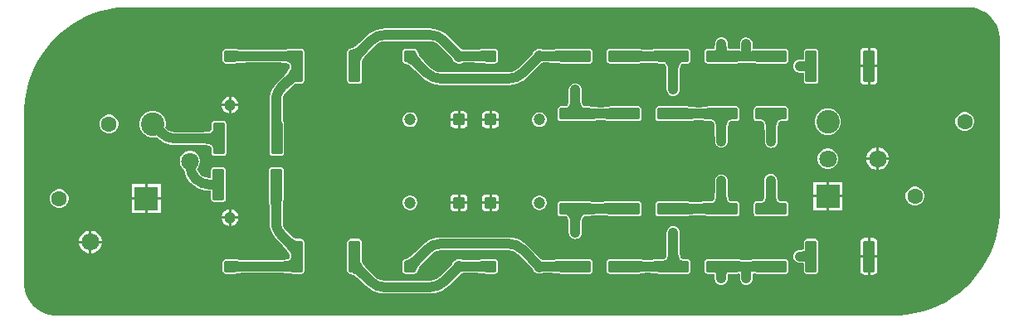
<source format=gbl>
G04*
G04 #@! TF.GenerationSoftware,Altium Limited,Altium Designer,22.4.2 (48)*
G04*
G04 Layer_Physical_Order=2*
G04 Layer_Color=16711680*
%FSLAX44Y44*%
%MOMM*%
G71*
G04*
G04 #@! TF.SameCoordinates,4816D0BE-1F83-4A6B-9D26-C2E6DC4596A5*
G04*
G04*
G04 #@! TF.FilePolarity,Positive*
G04*
G01*
G75*
G04:AMPARAMS|DCode=14|XSize=1.2mm|YSize=1.2mm|CornerRadius=0.15mm|HoleSize=0mm|Usage=FLASHONLY|Rotation=0.000|XOffset=0mm|YOffset=0mm|HoleType=Round|Shape=RoundedRectangle|*
%AMROUNDEDRECTD14*
21,1,1.2000,0.9000,0,0,0.0*
21,1,0.9000,1.2000,0,0,0.0*
1,1,0.3000,0.4500,-0.4500*
1,1,0.3000,-0.4500,-0.4500*
1,1,0.3000,-0.4500,0.4500*
1,1,0.3000,0.4500,0.4500*
%
%ADD14ROUNDEDRECTD14*%
%ADD15C,1.2000*%
G04:AMPARAMS|DCode=16|XSize=1.2mm|YSize=1.2mm|CornerRadius=0.15mm|HoleSize=0mm|Usage=FLASHONLY|Rotation=90.000|XOffset=0mm|YOffset=0mm|HoleType=Round|Shape=RoundedRectangle|*
%AMROUNDEDRECTD16*
21,1,1.2000,0.9000,0,0,90.0*
21,1,0.9000,1.2000,0,0,90.0*
1,1,0.3000,0.4500,0.4500*
1,1,0.3000,0.4500,-0.4500*
1,1,0.3000,-0.4500,-0.4500*
1,1,0.3000,-0.4500,0.4500*
%
%ADD16ROUNDEDRECTD16*%
%ADD17R,2.4000X2.4000*%
%ADD18C,2.4000*%
%ADD19C,1.8000*%
%ADD20C,1.6000*%
%ADD21C,1.0000*%
%ADD22C,0.6000*%
G04:AMPARAMS|DCode=23|XSize=3.25mm|YSize=1.2mm|CornerRadius=0.15mm|HoleSize=0mm|Usage=FLASHONLY|Rotation=270.000|XOffset=0mm|YOffset=0mm|HoleType=Round|Shape=RoundedRectangle|*
%AMROUNDEDRECTD23*
21,1,3.2500,0.9000,0,0,270.0*
21,1,2.9500,1.2000,0,0,270.0*
1,1,0.3000,-0.4500,-1.4750*
1,1,0.3000,-0.4500,1.4750*
1,1,0.3000,0.4500,1.4750*
1,1,0.3000,0.4500,-1.4750*
%
%ADD23ROUNDEDRECTD23*%
G04:AMPARAMS|DCode=24|XSize=3.25mm|YSize=1.2mm|CornerRadius=0.15mm|HoleSize=0mm|Usage=FLASHONLY|Rotation=0.000|XOffset=0mm|YOffset=0mm|HoleType=Round|Shape=RoundedRectangle|*
%AMROUNDEDRECTD24*
21,1,3.2500,0.9000,0,0,0.0*
21,1,2.9500,1.2000,0,0,0.0*
1,1,0.3000,1.4750,-0.4500*
1,1,0.3000,-1.4750,-0.4500*
1,1,0.3000,-1.4750,0.4500*
1,1,0.3000,1.4750,0.4500*
%
%ADD24ROUNDEDRECTD24*%
G36*
X965000Y157500D02*
X967130Y157500D01*
X971354Y156944D01*
X975469Y155841D01*
X979405Y154211D01*
X983095Y152081D01*
X986475Y149487D01*
X989487Y146475D01*
X992081Y143095D01*
X994211Y139405D01*
X995841Y135469D01*
X996944Y131354D01*
X997500Y127130D01*
X997500Y125000D01*
X997500D01*
Y-50000D01*
X997500D01*
Y-54224D01*
X996837Y-62645D01*
X995516Y-70988D01*
X993544Y-79202D01*
X990933Y-87236D01*
X987701Y-95041D01*
X983866Y-102567D01*
X979452Y-109770D01*
X974487Y-116604D01*
X969001Y-123027D01*
X963027Y-129001D01*
X956604Y-134487D01*
X949770Y-139452D01*
X942567Y-143866D01*
X935041Y-147701D01*
X927236Y-150933D01*
X919202Y-153544D01*
X910988Y-155516D01*
X902645Y-156837D01*
X894224Y-157500D01*
X890000Y-157500D01*
Y-157500D01*
X35000D01*
Y-157451D01*
X35000D01*
Y-157500D01*
X32870Y-157500D01*
X28646Y-156944D01*
X24531Y-155841D01*
X20595Y-154211D01*
X16905Y-152081D01*
X13525Y-149487D01*
X10513Y-146475D01*
X7919Y-143095D01*
X5789Y-139405D01*
X4159Y-135469D01*
X3056Y-131354D01*
X2500Y-127130D01*
X2500Y-125000D01*
Y50000D01*
Y54224D01*
X3163Y62645D01*
X4484Y70988D01*
X6456Y79202D01*
X9067Y87236D01*
X12299Y95041D01*
X16134Y102567D01*
X20548Y109770D01*
X25513Y116604D01*
X30999Y123027D01*
X36973Y129001D01*
X43396Y134487D01*
X50230Y139452D01*
X57433Y143866D01*
X64959Y147701D01*
X72764Y150933D01*
X80798Y153544D01*
X89012Y155516D01*
X97355Y156837D01*
X105776Y157500D01*
X110000Y157500D01*
Y157451D01*
X110000D01*
Y157500D01*
X965000D01*
Y157500D01*
D02*
G37*
%LPC*%
G36*
X415943Y135855D02*
Y135829D01*
X415943Y135829D01*
X371827Y135829D01*
X370557Y135855D01*
Y135855D01*
X366399Y135528D01*
X362343Y134554D01*
X358489Y132958D01*
X354933Y130778D01*
X351761Y128069D01*
X351779Y128051D01*
X345620Y121892D01*
X345522Y121867D01*
X345470Y121778D01*
X345374Y121741D01*
X344219Y120632D01*
X341908Y118699D01*
X340792Y117900D01*
X339664Y117183D01*
X338543Y116561D01*
X337427Y116030D01*
X336317Y115590D01*
X335212Y115240D01*
X334050Y114964D01*
X333872Y114834D01*
X333829Y114826D01*
X333726Y114757D01*
X333465Y114693D01*
X333353Y114508D01*
X332837Y114163D01*
X332174Y113170D01*
X331941Y112000D01*
Y82500D01*
X332174Y81329D01*
X332837Y80337D01*
X333829Y79674D01*
X335000Y79441D01*
X344000D01*
X345171Y79674D01*
X346163Y80337D01*
X346826Y81329D01*
X347059Y82500D01*
Y98088D01*
X347073Y98111D01*
X347059Y98167D01*
Y102847D01*
X347209Y103197D01*
X347968Y104530D01*
X348987Y106004D01*
X351890Y109455D01*
X353738Y111371D01*
X353800Y111528D01*
X361051Y118779D01*
X361155Y118914D01*
X363813Y120954D01*
X367066Y122302D01*
X370388Y122739D01*
X370557Y122717D01*
X415943Y122717D01*
X416112Y122739D01*
X419434Y122302D01*
X422688Y120954D01*
X425346Y118915D01*
X425450Y118779D01*
X425450Y118779D01*
X438787Y105442D01*
X439011Y104605D01*
X439999Y102895D01*
X441395Y101498D01*
X443105Y100511D01*
X445013Y100000D01*
X446987D01*
X448895Y100511D01*
X449646Y100945D01*
X461912D01*
X462064Y100878D01*
X468309Y100737D01*
X470382Y100568D01*
X471128Y100465D01*
X471682Y100356D01*
X471992Y100265D01*
X472218Y100155D01*
X472513Y100138D01*
X472633Y100114D01*
X472927Y99992D01*
X473030Y100035D01*
X473500Y99941D01*
X482500D01*
X483671Y100174D01*
X484663Y100837D01*
X485326Y101830D01*
X485559Y103000D01*
Y112000D01*
X485326Y113170D01*
X484663Y114163D01*
X483671Y114826D01*
X482500Y115059D01*
X473500D01*
X473030Y114965D01*
X472927Y115008D01*
X472633Y114886D01*
X472514Y114863D01*
X472218Y114845D01*
X471993Y114736D01*
X471782Y114674D01*
X463861Y114133D01*
X462093Y114124D01*
X461933Y114057D01*
X449643D01*
X448895Y114489D01*
X448060Y114713D01*
X434721Y128051D01*
X434740Y128069D01*
X431568Y130778D01*
X428011Y132958D01*
X424158Y134554D01*
X420102Y135528D01*
X415943Y135855D01*
D02*
G37*
G36*
X285000Y115059D02*
X276000D01*
X275580Y114975D01*
X275518Y115005D01*
X275237Y114907D01*
X275014Y114863D01*
X274718Y114845D01*
X274493Y114736D01*
X274282Y114674D01*
X266361Y114133D01*
X264593Y114124D01*
X264433Y114057D01*
X228587D01*
X228435Y114124D01*
X222189Y114264D01*
X220117Y114433D01*
X219370Y114536D01*
X218816Y114645D01*
X218507Y114736D01*
X218282Y114845D01*
X217986Y114863D01*
X217867Y114886D01*
X217573Y115008D01*
X217470Y114965D01*
X217000Y115059D01*
X208000D01*
X206829Y114826D01*
X205837Y114163D01*
X205174Y113170D01*
X204941Y112000D01*
Y103000D01*
X205174Y101830D01*
X205837Y100837D01*
X206829Y100174D01*
X208000Y99941D01*
X217000D01*
X217470Y100035D01*
X217573Y99992D01*
X217867Y100114D01*
X217987Y100138D01*
X218282Y100155D01*
X218508Y100265D01*
X218719Y100327D01*
X226640Y100869D01*
X228407Y100877D01*
X228568Y100945D01*
X264310D01*
X264460Y100878D01*
X266368Y100829D01*
X268002Y100688D01*
X269396Y100461D01*
X270541Y100158D01*
X271431Y99797D01*
X272069Y99406D01*
X272483Y99013D01*
X272733Y98617D01*
X272872Y98166D01*
X272911Y97416D01*
X272941Y97352D01*
Y95220D01*
X272534Y94277D01*
X271780Y92949D01*
X270792Y91506D01*
X268014Y88182D01*
X266261Y86360D01*
X266199Y86203D01*
X266140Y86144D01*
X266038Y86068D01*
X266033Y86037D01*
X260178Y80182D01*
X260161Y80181D01*
X260154Y80189D01*
X257477Y77055D01*
X255298Y73499D01*
X253702Y69645D01*
X253297Y67961D01*
X253167Y67647D01*
X253142Y67451D01*
X253077Y67264D01*
X253030Y66605D01*
X252944Y65950D01*
X252944Y65949D01*
Y58225D01*
Y49272D01*
X252876Y49114D01*
X252815Y42681D01*
X252692Y39877D01*
X252644Y39390D01*
X252610Y39184D01*
X252583Y39109D01*
X252599Y38830D01*
X252492Y38573D01*
X252535Y38470D01*
X252441Y37999D01*
Y8499D01*
X252674Y7329D01*
X253337Y6336D01*
X254329Y5673D01*
X255500Y5440D01*
X264500D01*
X265671Y5673D01*
X266663Y6336D01*
X267326Y7329D01*
X267559Y8499D01*
Y37999D01*
X267465Y38470D01*
X267508Y38573D01*
X267386Y38866D01*
X267332Y39137D01*
X267309Y39350D01*
X267099Y39735D01*
X266941Y40150D01*
X266594Y41621D01*
X266462Y42509D01*
X266137Y47851D01*
X266124Y49511D01*
X266113Y49536D01*
X266122Y49562D01*
X266056Y49706D01*
Y58225D01*
Y65168D01*
X267301Y68175D01*
X269330Y70818D01*
X269450Y70910D01*
X271227Y72688D01*
X271378Y72744D01*
X275639Y76727D01*
X277429Y78180D01*
X279015Y79304D01*
X279251Y79441D01*
X284174D01*
X284210Y79421D01*
X284282Y79441D01*
X285000D01*
X286171Y79674D01*
X287163Y80337D01*
X287826Y81329D01*
X288059Y82500D01*
Y112000D01*
X287826Y113170D01*
X287163Y114163D01*
X286171Y114826D01*
X285000Y115059D01*
D02*
G37*
G36*
X679200D02*
X649700D01*
X649230Y114965D01*
X649127Y115008D01*
X648833Y114886D01*
X648714Y114863D01*
X648418Y114845D01*
X648193Y114736D01*
X647982Y114674D01*
X640110Y114136D01*
X634414Y114264D01*
X632342Y114433D01*
X631595Y114536D01*
X631041Y114645D01*
X630732Y114736D01*
X630507Y114845D01*
X630211Y114863D01*
X630092Y114886D01*
X629798Y115008D01*
X629695Y114965D01*
X629225Y115059D01*
X599725D01*
X598554Y114826D01*
X597562Y114163D01*
X596899Y113170D01*
X596666Y112000D01*
Y103000D01*
X596899Y101830D01*
X597562Y100837D01*
X598554Y100174D01*
X599725Y99941D01*
X629225D01*
X629695Y100035D01*
X629798Y99992D01*
X630092Y100114D01*
X630212Y100138D01*
X630507Y100155D01*
X630733Y100265D01*
X630944Y100327D01*
X638815Y100865D01*
X644509Y100737D01*
X646582Y100568D01*
X647328Y100465D01*
X647882Y100356D01*
X648192Y100265D01*
X648418Y100155D01*
X648713Y100138D01*
X648833Y100114D01*
X649127Y99992D01*
X649230Y100035D01*
X649700Y99941D01*
X654236D01*
X654279Y99918D01*
X655039Y99837D01*
X655516Y99668D01*
X655938Y99386D01*
X656348Y98944D01*
X656746Y98291D01*
X657108Y97402D01*
X657411Y96273D01*
X657638Y94908D01*
X657778Y93315D01*
X657827Y91459D01*
X657894Y91309D01*
Y73001D01*
X658117Y71304D01*
X658772Y69723D01*
X659814Y68365D01*
X661172Y67323D01*
X662753Y66668D01*
X664450Y66445D01*
X666147Y66668D01*
X667728Y67323D01*
X669086Y68365D01*
X670128Y69723D01*
X670783Y71304D01*
X671006Y73001D01*
Y91309D01*
X671073Y91459D01*
X671122Y93315D01*
X671262Y94908D01*
X671489Y96273D01*
X671792Y97402D01*
X672154Y98291D01*
X672552Y98944D01*
X672962Y99386D01*
X673383Y99668D01*
X673861Y99837D01*
X674621Y99918D01*
X674664Y99941D01*
X679200D01*
X680370Y100174D01*
X681363Y100837D01*
X682026Y101830D01*
X682259Y103000D01*
Y112000D01*
X682026Y113170D01*
X681363Y114163D01*
X680370Y114826D01*
X679200Y115059D01*
D02*
G37*
G36*
X579250D02*
X549750D01*
X549280Y114965D01*
X549177Y115008D01*
X548883Y114886D01*
X548764Y114863D01*
X548468Y114845D01*
X548243Y114736D01*
X548032Y114674D01*
X540111Y114133D01*
X538343Y114124D01*
X538183Y114057D01*
X531643D01*
X530895Y114489D01*
X528987Y115000D01*
X527013D01*
X525105Y114489D01*
X523395Y113502D01*
X521998Y112105D01*
X521011Y110395D01*
X520787Y109560D01*
X506191Y94963D01*
X506087Y94828D01*
X503429Y92788D01*
X500176Y91441D01*
X496853Y91004D01*
X496685Y91026D01*
X427283D01*
X427130Y91006D01*
X423824Y91441D01*
X420571Y92788D01*
X417931Y94814D01*
X417841Y94931D01*
X417811Y94962D01*
X417810Y94962D01*
X417809Y94963D01*
X410297Y102475D01*
X410236Y102631D01*
X409064Y103841D01*
X408029Y104987D01*
X406239Y107227D01*
X405526Y108263D01*
X404910Y109274D01*
X404400Y110244D01*
X403993Y111171D01*
X403688Y112053D01*
X403460Y112966D01*
X403332Y113138D01*
X403326Y113170D01*
X403154Y113428D01*
X403032Y113721D01*
X402929Y113764D01*
X402663Y114163D01*
X401670Y114826D01*
X400500Y115059D01*
X391500D01*
X390329Y114826D01*
X389337Y114163D01*
X388674Y113170D01*
X388441Y112000D01*
Y103000D01*
X388674Y101830D01*
X389337Y100837D01*
X389736Y100571D01*
X389779Y100468D01*
X390072Y100346D01*
X390329Y100174D01*
X390362Y100168D01*
X390533Y100041D01*
X391447Y99812D01*
X392329Y99507D01*
X393256Y99100D01*
X394205Y98601D01*
X396305Y97238D01*
X397363Y96431D01*
X399670Y94425D01*
X400869Y93264D01*
X401028Y93202D01*
X407686Y86543D01*
X408562Y85637D01*
X408562Y85637D01*
X408562Y85637D01*
X409455Y84874D01*
X411691Y82964D01*
X415247Y80785D01*
X419101Y79189D01*
X423157Y78215D01*
X427273Y77891D01*
X427273Y77905D01*
X427284Y77914D01*
X496685D01*
Y77888D01*
X500843Y78215D01*
X504899Y79189D01*
X508753Y80785D01*
X512309Y82964D01*
X515481Y85673D01*
X515462Y85692D01*
X530058Y100287D01*
X530895Y100511D01*
X531646Y100945D01*
X538162D01*
X538314Y100878D01*
X544559Y100737D01*
X546632Y100568D01*
X547378Y100465D01*
X547932Y100356D01*
X548242Y100265D01*
X548468Y100155D01*
X548763Y100138D01*
X548883Y100114D01*
X549177Y99992D01*
X549280Y100035D01*
X549750Y99941D01*
X579250D01*
X580420Y100174D01*
X581413Y100837D01*
X582076Y101830D01*
X582309Y103000D01*
Y112000D01*
X582076Y113170D01*
X581413Y114163D01*
X580420Y114826D01*
X579250Y115059D01*
D02*
G37*
G36*
X713716Y126634D02*
X712017Y126421D01*
X710432Y125776D01*
X709068Y124743D01*
X708017Y123392D01*
X707352Y121815D01*
X707153Y120376D01*
X707050Y120141D01*
X707027Y118917D01*
X706893Y116884D01*
X706791Y116127D01*
X706669Y115520D01*
X706543Y115096D01*
X706526Y115059D01*
X699675D01*
X698504Y114826D01*
X697512Y114163D01*
X696849Y113170D01*
X696616Y112000D01*
Y103000D01*
X696849Y101830D01*
X697512Y100837D01*
X698504Y100174D01*
X699675Y99941D01*
X729175D01*
X729645Y100035D01*
X729748Y99992D01*
X730042Y100114D01*
X730210Y100147D01*
X730484Y100168D01*
X730702Y100279D01*
X730971Y100366D01*
X731370Y100456D01*
X737540Y100869D01*
X739009Y100877D01*
X739206Y100960D01*
X739403Y100877D01*
X740978Y100869D01*
X744860Y100738D01*
X746698Y100570D01*
X747357Y100470D01*
X747849Y100363D01*
X748129Y100275D01*
X748348Y100165D01*
X748629Y100144D01*
X748783Y100114D01*
X749077Y99992D01*
X749180Y100035D01*
X749650Y99941D01*
X779150D01*
X780321Y100174D01*
X781313Y100837D01*
X781976Y101830D01*
X782209Y103000D01*
Y112000D01*
X781976Y113170D01*
X781313Y114163D01*
X780321Y114826D01*
X779150Y115059D01*
X749650D01*
X749180Y114965D01*
X749077Y115008D01*
X748783Y114886D01*
X748630Y114856D01*
X748349Y114836D01*
X748129Y114726D01*
X747850Y114637D01*
X747428Y114546D01*
X746534Y114489D01*
X745611Y115362D01*
X745645Y119909D01*
X745434Y121608D01*
X744790Y123194D01*
X743759Y124559D01*
X742409Y125611D01*
X740832Y126278D01*
X739137Y126514D01*
X737439Y126303D01*
X735853Y125659D01*
X734487Y124627D01*
X733435Y123277D01*
X732769Y121701D01*
X732533Y120006D01*
X732500Y115541D01*
X731790Y114864D01*
X731223Y114578D01*
X730970Y114634D01*
X730701Y114721D01*
X730483Y114832D01*
X730209Y114853D01*
X730042Y114886D01*
X729748Y115008D01*
X729645Y114965D01*
X729175Y115059D01*
X720743D01*
X720737Y115073D01*
X720617Y115488D01*
X720511Y116047D01*
X720304Y118860D01*
X720297Y120056D01*
X720197Y120292D01*
X720017Y121734D01*
X719372Y123319D01*
X718339Y124684D01*
X716988Y125734D01*
X715411Y126399D01*
X713716Y126634D01*
D02*
G37*
G36*
X868700Y116119D02*
X865470D01*
Y98520D01*
X872819D01*
Y112000D01*
X872505Y113576D01*
X871613Y114913D01*
X870276Y115806D01*
X868700Y116119D01*
D02*
G37*
G36*
X862930D02*
X859700D01*
X858124Y115806D01*
X856787Y114913D01*
X855894Y113576D01*
X855581Y112000D01*
Y98520D01*
X862930D01*
Y116119D01*
D02*
G37*
G36*
X809700Y115059D02*
X800700D01*
X799529Y114826D01*
X798537Y114163D01*
X797874Y113170D01*
X797641Y112000D01*
Y104110D01*
X794464Y103881D01*
X793414Y103874D01*
X793176Y103773D01*
X791728Y103583D01*
X790147Y102928D01*
X788789Y101886D01*
X787747Y100528D01*
X787092Y98947D01*
X786869Y97250D01*
X787092Y95553D01*
X787747Y93972D01*
X788789Y92614D01*
X790147Y91572D01*
X791728Y90917D01*
X793176Y90727D01*
X793414Y90626D01*
X794486Y90619D01*
X797017Y90506D01*
X797561Y90447D01*
X797641Y90433D01*
Y82500D01*
X797874Y81329D01*
X798537Y80337D01*
X799529Y79674D01*
X800700Y79441D01*
X809700D01*
X810871Y79674D01*
X811863Y80337D01*
X812526Y81329D01*
X812759Y82500D01*
Y112000D01*
X812526Y113170D01*
X811863Y114163D01*
X810871Y114826D01*
X809700Y115059D01*
D02*
G37*
G36*
X872819Y95980D02*
X865470D01*
Y78381D01*
X868700D01*
X870276Y78694D01*
X871613Y79587D01*
X872505Y80924D01*
X872819Y82500D01*
Y95980D01*
D02*
G37*
G36*
X862930D02*
X855581D01*
Y82500D01*
X855894Y80924D01*
X856787Y79587D01*
X858124Y78694D01*
X859700Y78381D01*
X862930D01*
Y95980D01*
D02*
G37*
G36*
X213770Y66001D02*
Y58770D01*
X221001D01*
X220458Y60796D01*
X219334Y62744D01*
X217744Y64334D01*
X215796Y65458D01*
X213770Y66001D01*
D02*
G37*
G36*
X211230D02*
X209204Y65458D01*
X207256Y64334D01*
X205666Y62744D01*
X204542Y60796D01*
X203999Y58770D01*
X211230D01*
Y66001D01*
D02*
G37*
G36*
X729175Y56059D02*
X699675D01*
X699204Y55965D01*
X699101Y56008D01*
X698808Y55886D01*
X698689Y55863D01*
X698393Y55845D01*
X698168Y55736D01*
X697957Y55674D01*
X690085Y55136D01*
X684389Y55264D01*
X682317Y55434D01*
X681570Y55536D01*
X681016Y55645D01*
X680707Y55736D01*
X680482Y55845D01*
X680186Y55863D01*
X680067Y55886D01*
X679773Y56008D01*
X679670Y55965D01*
X679200Y56059D01*
X649700D01*
X648529Y55826D01*
X647537Y55163D01*
X646874Y54171D01*
X646641Y53000D01*
Y44000D01*
X646874Y42829D01*
X647537Y41837D01*
X648529Y41174D01*
X649700Y40941D01*
X679200D01*
X679670Y41035D01*
X679773Y40992D01*
X680067Y41114D01*
X680187Y41138D01*
X680482Y41155D01*
X680708Y41265D01*
X680919Y41327D01*
X688790Y41865D01*
X694484Y41737D01*
X696556Y41568D01*
X697303Y41465D01*
X697857Y41356D01*
X698167Y41265D01*
X698393Y41155D01*
X698688Y41138D01*
X698808Y41114D01*
X699101Y40992D01*
X699204Y41035D01*
X699675Y40941D01*
X703370D01*
X703413Y40918D01*
X704172Y40837D01*
X704648Y40669D01*
X705068Y40388D01*
X705475Y39946D01*
X705870Y39295D01*
X706229Y38407D01*
X706529Y37278D01*
X706751Y35913D01*
X706887Y34320D01*
X706930Y32464D01*
X706996Y32314D01*
X706992Y30827D01*
X706999Y30772D01*
X706992Y30716D01*
X707136Y20329D01*
X707383Y18636D01*
X708060Y17064D01*
X709121Y15721D01*
X710493Y14698D01*
X712083Y14065D01*
X713783Y13865D01*
X715476Y14112D01*
X717048Y14789D01*
X718392Y15849D01*
X719415Y17222D01*
X720047Y18812D01*
X720247Y20512D01*
X720104Y30842D01*
X720108Y32304D01*
X720176Y32454D01*
X720230Y34310D01*
X720375Y35904D01*
X720606Y37269D01*
X720913Y38398D01*
X721279Y39287D01*
X721679Y39941D01*
X722091Y40385D01*
X722515Y40668D01*
X722994Y40837D01*
X723754Y40918D01*
X723798Y40941D01*
X729175D01*
X730346Y41174D01*
X731338Y41837D01*
X732001Y42829D01*
X732234Y44000D01*
Y53000D01*
X732001Y54171D01*
X731338Y55163D01*
X730346Y55826D01*
X729175Y56059D01*
D02*
G37*
G36*
X221001Y56230D02*
X213770D01*
Y48999D01*
X215796Y49542D01*
X217744Y50666D01*
X219334Y52256D01*
X220458Y54204D01*
X221001Y56230D01*
D02*
G37*
G36*
X211230D02*
X203999D01*
X204542Y54204D01*
X205666Y52256D01*
X207256Y50666D01*
X209204Y49542D01*
X211230Y48999D01*
Y56230D01*
D02*
G37*
G36*
X482500Y51118D02*
X479270D01*
Y43769D01*
X486619D01*
Y46999D01*
X486306Y48576D01*
X485413Y49912D01*
X484076Y50805D01*
X482500Y51118D01*
D02*
G37*
G36*
X476730D02*
X473500D01*
X471924Y50805D01*
X470587Y49912D01*
X469694Y48576D01*
X469381Y46999D01*
Y43769D01*
X476730D01*
Y51118D01*
D02*
G37*
G36*
X450500D02*
X447270D01*
Y43769D01*
X454619D01*
Y46999D01*
X454305Y48576D01*
X453413Y49912D01*
X452076Y50805D01*
X450500Y51118D01*
D02*
G37*
G36*
X444730D02*
X441500D01*
X439924Y50805D01*
X438587Y49912D01*
X437694Y48576D01*
X437381Y46999D01*
Y43769D01*
X444730D01*
Y51118D01*
D02*
G37*
G36*
X564500Y79557D02*
X562803Y79334D01*
X561222Y78679D01*
X559864Y77637D01*
X558822Y76279D01*
X558167Y74698D01*
X557944Y73001D01*
Y64691D01*
X557877Y64541D01*
X557828Y62685D01*
X557688Y61092D01*
X557461Y59727D01*
X557158Y58598D01*
X556796Y57709D01*
X556398Y57056D01*
X555989Y56614D01*
X555566Y56332D01*
X555089Y56163D01*
X554329Y56083D01*
X554286Y56059D01*
X549750D01*
X548579Y55826D01*
X547587Y55163D01*
X546924Y54171D01*
X546691Y53000D01*
Y44000D01*
X546924Y42829D01*
X547587Y41837D01*
X548579Y41174D01*
X549750Y40941D01*
X579250D01*
X579720Y41035D01*
X579823Y40992D01*
X580117Y41114D01*
X580237Y41138D01*
X580532Y41155D01*
X580758Y41265D01*
X580969Y41327D01*
X588840Y41865D01*
X594534Y41737D01*
X596607Y41568D01*
X597353Y41465D01*
X597907Y41356D01*
X598217Y41265D01*
X598443Y41155D01*
X598738Y41138D01*
X598858Y41114D01*
X599152Y40992D01*
X599255Y41035D01*
X599725Y40941D01*
X629225D01*
X630396Y41174D01*
X631388Y41837D01*
X632051Y42829D01*
X632284Y44000D01*
Y53000D01*
X632051Y54171D01*
X631388Y55163D01*
X630396Y55826D01*
X629225Y56059D01*
X599725D01*
X599255Y55965D01*
X599152Y56008D01*
X598858Y55886D01*
X598739Y55863D01*
X598443Y55845D01*
X598218Y55736D01*
X598007Y55674D01*
X590135Y55136D01*
X584439Y55264D01*
X582367Y55434D01*
X581620Y55536D01*
X581066Y55645D01*
X580757Y55736D01*
X580532Y55845D01*
X580236Y55863D01*
X580117Y55886D01*
X579823Y56008D01*
X579720Y55965D01*
X579250Y56059D01*
X574714D01*
X574670Y56083D01*
X573911Y56163D01*
X573433Y56332D01*
X573012Y56614D01*
X572602Y57056D01*
X572204Y57709D01*
X571842Y58598D01*
X571539Y59727D01*
X571312Y61092D01*
X571172Y62685D01*
X571123Y64541D01*
X571056Y64691D01*
Y73001D01*
X570833Y74698D01*
X570178Y76279D01*
X569136Y77637D01*
X567778Y78679D01*
X566197Y79334D01*
X564500Y79557D01*
D02*
G37*
G36*
X528987Y49999D02*
X527013D01*
X525105Y49488D01*
X523395Y48501D01*
X521998Y47104D01*
X521011Y45394D01*
X520500Y43487D01*
Y41512D01*
X521011Y39604D01*
X521998Y37894D01*
X523395Y36498D01*
X525105Y35510D01*
X527013Y34999D01*
X528987D01*
X530895Y35510D01*
X532605Y36498D01*
X534002Y37894D01*
X534989Y39604D01*
X535500Y41512D01*
Y43487D01*
X534989Y45394D01*
X534002Y47104D01*
X532605Y48501D01*
X530895Y49488D01*
X528987Y49999D01*
D02*
G37*
G36*
X396987D02*
X395013D01*
X393105Y49488D01*
X391395Y48501D01*
X389999Y47104D01*
X389011Y45394D01*
X388500Y43487D01*
Y41512D01*
X389011Y39604D01*
X389999Y37894D01*
X391395Y36498D01*
X393105Y35510D01*
X395013Y34999D01*
X396987D01*
X398895Y35510D01*
X400605Y36498D01*
X402001Y37894D01*
X402989Y39604D01*
X403500Y41512D01*
Y43487D01*
X402989Y45394D01*
X402001Y47104D01*
X400605Y48501D01*
X398895Y49488D01*
X396987Y49999D01*
D02*
G37*
G36*
X486619Y41229D02*
X479270D01*
Y33880D01*
X482500D01*
X484076Y34194D01*
X485413Y35087D01*
X486306Y36423D01*
X486619Y37999D01*
Y41229D01*
D02*
G37*
G36*
X476730D02*
X469381D01*
Y37999D01*
X469694Y36423D01*
X470587Y35087D01*
X471924Y34194D01*
X473500Y33880D01*
X476730D01*
Y41229D01*
D02*
G37*
G36*
X454619Y41229D02*
X447270D01*
Y33880D01*
X450500D01*
X452076Y34194D01*
X453413Y35087D01*
X454305Y36423D01*
X454619Y37999D01*
Y41229D01*
D02*
G37*
G36*
X444730D02*
X437381D01*
Y37999D01*
X437694Y36423D01*
X438587Y35087D01*
X439924Y34194D01*
X441500Y33880D01*
X444730D01*
Y41229D01*
D02*
G37*
G36*
X963151Y50100D02*
X960649D01*
X958233Y49453D01*
X956067Y48202D01*
X954298Y46433D01*
X953047Y44267D01*
X952400Y41851D01*
Y39349D01*
X953047Y36933D01*
X954298Y34767D01*
X956067Y32998D01*
X958233Y31747D01*
X960649Y31100D01*
X963151D01*
X965567Y31747D01*
X967733Y32998D01*
X969502Y34767D01*
X970752Y36933D01*
X971400Y39349D01*
Y41851D01*
X970752Y44267D01*
X969502Y46433D01*
X967733Y48202D01*
X965567Y49453D01*
X963151Y50100D01*
D02*
G37*
G36*
X90151Y47600D02*
X87649D01*
X85233Y46953D01*
X83067Y45702D01*
X81298Y43933D01*
X80047Y41767D01*
X79400Y39351D01*
Y36849D01*
X80047Y34433D01*
X81298Y32267D01*
X83067Y30498D01*
X85233Y29247D01*
X87649Y28600D01*
X90151D01*
X92567Y29247D01*
X94733Y30498D01*
X96502Y32267D01*
X97753Y34433D01*
X98400Y36849D01*
Y39351D01*
X97753Y41767D01*
X96502Y43933D01*
X94733Y45702D01*
X92567Y46953D01*
X90151Y47600D01*
D02*
G37*
G36*
X823977Y54100D02*
X820423D01*
X816989Y53180D01*
X813911Y51403D01*
X811397Y48889D01*
X809620Y45811D01*
X808700Y42377D01*
Y38823D01*
X809620Y35389D01*
X811397Y32311D01*
X813911Y29797D01*
X816989Y28020D01*
X820423Y27100D01*
X823977D01*
X827411Y28020D01*
X830489Y29797D01*
X833003Y32311D01*
X834780Y35389D01*
X835700Y38823D01*
Y42377D01*
X834780Y45811D01*
X833003Y48889D01*
X830489Y51403D01*
X827411Y53180D01*
X823977Y54100D01*
D02*
G37*
G36*
X779150Y56059D02*
X749650D01*
X748479Y55826D01*
X747487Y55163D01*
X746824Y54171D01*
X746591Y53000D01*
Y44000D01*
X746824Y42829D01*
X747487Y41837D01*
X748479Y41174D01*
X749650Y40941D01*
X754186D01*
X754229Y40918D01*
X754989Y40837D01*
X755466Y40668D01*
X755888Y40386D01*
X756298Y39944D01*
X756696Y39291D01*
X757058Y38402D01*
X757361Y37273D01*
X757588Y35908D01*
X757728Y34315D01*
X757777Y32459D01*
X757844Y32309D01*
Y20060D01*
X758067Y18363D01*
X758722Y16782D01*
X759764Y15424D01*
X761122Y14382D01*
X762703Y13727D01*
X764400Y13504D01*
X766097Y13727D01*
X767678Y14382D01*
X769036Y15424D01*
X770078Y16782D01*
X770733Y18363D01*
X770956Y20060D01*
X770956Y20061D01*
Y32309D01*
X771023Y32459D01*
X771072Y34315D01*
X771212Y35908D01*
X771439Y37273D01*
X771742Y38402D01*
X772104Y39291D01*
X772502Y39944D01*
X772911Y40386D01*
X773333Y40668D01*
X773811Y40837D01*
X774570Y40918D01*
X774614Y40941D01*
X779150D01*
X780321Y41174D01*
X781313Y41837D01*
X781976Y42829D01*
X782209Y44000D01*
Y53000D01*
X781976Y54171D01*
X781313Y55163D01*
X780321Y55826D01*
X779150Y56059D01*
D02*
G37*
G36*
X135127Y51600D02*
X131573D01*
X128139Y50680D01*
X125061Y48903D01*
X122547Y46389D01*
X120770Y43311D01*
X119850Y39877D01*
Y36323D01*
X120770Y32889D01*
X122547Y29811D01*
X125061Y27297D01*
X128139Y25520D01*
X131573Y24600D01*
X135127D01*
X136758Y25037D01*
X137729Y24313D01*
X137729Y24313D01*
X140900Y21604D01*
X144457Y19425D01*
X148310Y17828D01*
X152367Y16854D01*
X156482Y16531D01*
X156482Y16544D01*
X156493Y16553D01*
X184809D01*
X184959Y16486D01*
X186815Y16437D01*
X188408Y16297D01*
X189773Y16070D01*
X190902Y15767D01*
X191791Y15405D01*
X192444Y15007D01*
X192886Y14598D01*
X193168Y14176D01*
X193337Y13698D01*
X193418Y12939D01*
X193441Y12895D01*
Y8499D01*
X193674Y7329D01*
X194337Y6336D01*
X195329Y5673D01*
X196500Y5440D01*
X205500D01*
X206670Y5673D01*
X207663Y6336D01*
X208326Y7329D01*
X208559Y8499D01*
Y37999D01*
X208326Y39170D01*
X207663Y40162D01*
X206670Y40825D01*
X205500Y41058D01*
X196500D01*
X195329Y40825D01*
X194337Y40162D01*
X193674Y39170D01*
X193441Y37999D01*
Y33323D01*
X193418Y33280D01*
X193337Y32520D01*
X193168Y32043D01*
X192886Y31621D01*
X192444Y31211D01*
X191791Y30814D01*
X190902Y30451D01*
X189773Y30148D01*
X188408Y29921D01*
X186815Y29781D01*
X184959Y29732D01*
X184809Y29665D01*
X156493D01*
X156340Y29645D01*
X153034Y30080D01*
X149781Y31428D01*
X147122Y33468D01*
X147018Y33603D01*
X146311Y34311D01*
X146850Y36323D01*
Y39877D01*
X145930Y43311D01*
X144153Y46389D01*
X141639Y48903D01*
X138561Y50680D01*
X135127Y51600D01*
D02*
G37*
G36*
X874519Y14040D02*
X874270D01*
Y3770D01*
X884540D01*
Y4019D01*
X883754Y6954D01*
X882234Y9586D01*
X880086Y11734D01*
X877454Y13254D01*
X874519Y14040D01*
D02*
G37*
G36*
X871730D02*
X871481D01*
X868546Y13254D01*
X865914Y11734D01*
X863766Y9586D01*
X862246Y6954D01*
X861460Y4019D01*
Y3770D01*
X871730D01*
Y14040D01*
D02*
G37*
G36*
X823582Y13000D02*
X820818D01*
X818147Y12284D01*
X815753Y10902D01*
X813798Y8947D01*
X812416Y6553D01*
X811700Y3882D01*
Y1118D01*
X812416Y-1553D01*
X813798Y-3947D01*
X815753Y-5902D01*
X818147Y-7284D01*
X820818Y-8000D01*
X823582D01*
X826253Y-7284D01*
X828647Y-5902D01*
X830602Y-3947D01*
X831984Y-1553D01*
X832700Y1118D01*
Y3882D01*
X831984Y6553D01*
X830602Y8947D01*
X828647Y10902D01*
X826253Y12284D01*
X823582Y13000D01*
D02*
G37*
G36*
X884540Y1230D02*
X874270D01*
Y-9040D01*
X874519D01*
X877454Y-8254D01*
X880086Y-6734D01*
X882234Y-4586D01*
X883754Y-1954D01*
X884540Y981D01*
Y1230D01*
D02*
G37*
G36*
X871730D02*
X861460D01*
Y981D01*
X862246Y-1954D01*
X863766Y-4586D01*
X865914Y-6734D01*
X868546Y-8254D01*
X871481Y-9040D01*
X871730D01*
Y1230D01*
D02*
G37*
G36*
X836740Y-21060D02*
X823470D01*
Y-34330D01*
X836740D01*
Y-21060D01*
D02*
G37*
G36*
X820930D02*
X807660D01*
Y-34330D01*
X820930D01*
Y-21060D01*
D02*
G37*
G36*
X141540Y-23560D02*
X128270D01*
Y-36830D01*
X141540D01*
Y-23560D01*
D02*
G37*
G36*
X125730D02*
X112460D01*
Y-36830D01*
X125730D01*
Y-23560D01*
D02*
G37*
G36*
X713681Y-13517D02*
X711983Y-13733D01*
X710399Y-14380D01*
X709036Y-15416D01*
X707988Y-16769D01*
X707326Y-18347D01*
X707094Y-20043D01*
X707044Y-30811D01*
X707046Y-30826D01*
X707044Y-30842D01*
Y-32310D01*
X706977Y-32460D01*
X706928Y-34316D01*
X706788Y-35909D01*
X706561Y-37274D01*
X706258Y-38403D01*
X705896Y-39292D01*
X705498Y-39945D01*
X705089Y-40387D01*
X704667Y-40669D01*
X704189Y-40838D01*
X703429Y-40918D01*
X703386Y-40942D01*
X699675D01*
X699204Y-41036D01*
X699102Y-40993D01*
X698808Y-41115D01*
X698689Y-41138D01*
X698393Y-41156D01*
X698167Y-41265D01*
X697957Y-41327D01*
X690085Y-41865D01*
X684390Y-41737D01*
X682317Y-41568D01*
X681571Y-41466D01*
X681017Y-41356D01*
X680707Y-41265D01*
X680482Y-41156D01*
X680186Y-41138D01*
X680067Y-41115D01*
X679773Y-40993D01*
X679670Y-41036D01*
X679200Y-40942D01*
X649700D01*
X648529Y-41175D01*
X647537Y-41838D01*
X646874Y-42830D01*
X646641Y-44001D01*
Y-53001D01*
X646874Y-54171D01*
X647537Y-55164D01*
X648529Y-55827D01*
X649700Y-56060D01*
X679200D01*
X679670Y-55966D01*
X679773Y-56009D01*
X680067Y-55887D01*
X680186Y-55863D01*
X680482Y-55846D01*
X680707Y-55736D01*
X680918Y-55674D01*
X688790Y-55136D01*
X694485Y-55265D01*
X696558Y-55434D01*
X697304Y-55536D01*
X697858Y-55645D01*
X698167Y-55736D01*
X698393Y-55846D01*
X698689Y-55863D01*
X698808Y-55887D01*
X699102Y-56009D01*
X699204Y-55966D01*
X699675Y-56060D01*
X729175D01*
X730346Y-55827D01*
X731338Y-55164D01*
X732001Y-54171D01*
X732234Y-53001D01*
Y-44001D01*
X732001Y-42830D01*
X731338Y-41838D01*
X730346Y-41175D01*
X729175Y-40942D01*
X723814D01*
X723771Y-40918D01*
X723011Y-40838D01*
X722533Y-40669D01*
X722112Y-40387D01*
X721702Y-39945D01*
X721304Y-39292D01*
X720942Y-38403D01*
X720639Y-37274D01*
X720412Y-35909D01*
X720272Y-34316D01*
X720223Y-32460D01*
X720156Y-32310D01*
Y-30856D01*
X720206Y-20104D01*
X719991Y-18406D01*
X719343Y-16822D01*
X718308Y-15459D01*
X716955Y-14411D01*
X715377Y-13749D01*
X713681Y-13517D01*
D02*
G37*
G36*
X629225Y-40942D02*
X599725D01*
X599255Y-41036D01*
X599152Y-40993D01*
X598858Y-41115D01*
X598739Y-41138D01*
X598443Y-41156D01*
X598218Y-41265D01*
X598007Y-41327D01*
X590135Y-41865D01*
X584440Y-41737D01*
X582367Y-41568D01*
X581621Y-41466D01*
X581067Y-41356D01*
X580757Y-41265D01*
X580532Y-41156D01*
X580237Y-41138D01*
X580117Y-41115D01*
X579823Y-40993D01*
X579720Y-41036D01*
X579250Y-40942D01*
X549750D01*
X548579Y-41175D01*
X547587Y-41838D01*
X546924Y-42830D01*
X546691Y-44001D01*
Y-53001D01*
X546924Y-54171D01*
X547587Y-55164D01*
X548579Y-55827D01*
X549750Y-56060D01*
X554286D01*
X554329Y-56083D01*
X555089Y-56164D01*
X555566Y-56333D01*
X555989Y-56615D01*
X556398Y-57057D01*
X556796Y-57710D01*
X557158Y-58599D01*
X557461Y-59728D01*
X557688Y-61093D01*
X557828Y-62686D01*
X557877Y-64542D01*
X557944Y-64692D01*
Y-73001D01*
X558167Y-74698D01*
X558822Y-76279D01*
X559864Y-77637D01*
X561222Y-78679D01*
X562803Y-79334D01*
X564500Y-79557D01*
X566197Y-79334D01*
X567778Y-78679D01*
X569136Y-77637D01*
X570178Y-76279D01*
X570833Y-74698D01*
X571056Y-73001D01*
Y-64692D01*
X571123Y-64542D01*
X571172Y-62686D01*
X571312Y-61093D01*
X571539Y-59728D01*
X571842Y-58599D01*
X572204Y-57710D01*
X572602Y-57057D01*
X573012Y-56615D01*
X573433Y-56333D01*
X573911Y-56164D01*
X574670Y-56083D01*
X574714Y-56060D01*
X579250D01*
X579720Y-55966D01*
X579823Y-56009D01*
X580117Y-55887D01*
X580237Y-55863D01*
X580532Y-55846D01*
X580757Y-55736D01*
X580968Y-55674D01*
X588840Y-55136D01*
X594535Y-55265D01*
X596608Y-55434D01*
X597354Y-55536D01*
X597908Y-55645D01*
X598218Y-55736D01*
X598443Y-55846D01*
X598739Y-55863D01*
X598858Y-55887D01*
X599152Y-56009D01*
X599255Y-55966D01*
X599725Y-56060D01*
X629225D01*
X630396Y-55827D01*
X631388Y-55164D01*
X632051Y-54171D01*
X632284Y-53001D01*
Y-44001D01*
X632051Y-42830D01*
X631388Y-41838D01*
X630396Y-41175D01*
X629225Y-40942D01*
D02*
G37*
G36*
X450500Y-33881D02*
X447270D01*
Y-41230D01*
X454619D01*
Y-38000D01*
X454305Y-36424D01*
X453413Y-35087D01*
X452076Y-34194D01*
X450500Y-33881D01*
D02*
G37*
G36*
X482500D02*
X479270D01*
Y-41230D01*
X486619D01*
Y-38000D01*
X486306Y-36424D01*
X485413Y-35087D01*
X484076Y-34194D01*
X482500Y-33881D01*
D02*
G37*
G36*
X476730D02*
X473500D01*
X471924Y-34194D01*
X470587Y-35087D01*
X469694Y-36424D01*
X469381Y-38000D01*
Y-41230D01*
X476730D01*
Y-33881D01*
D02*
G37*
G36*
X444730D02*
X441500D01*
X439924Y-34194D01*
X438587Y-35087D01*
X437694Y-36424D01*
X437381Y-38000D01*
Y-41230D01*
X444730D01*
Y-33881D01*
D02*
G37*
G36*
X172832Y10500D02*
X170068D01*
X167397Y9784D01*
X165003Y8402D01*
X163048Y6447D01*
X161666Y4053D01*
X160950Y1382D01*
Y-1382D01*
X161666Y-4053D01*
X163048Y-6447D01*
X165003Y-8402D01*
X165248Y-8543D01*
X166069Y-11964D01*
X167665Y-15818D01*
X169844Y-19375D01*
X172554Y-22546D01*
X175725Y-25255D01*
X179282Y-27435D01*
X183136Y-29031D01*
X187191Y-30005D01*
X191350Y-30332D01*
Y-30306D01*
X192941D01*
Y-38500D01*
X193174Y-39671D01*
X193837Y-40663D01*
X194830Y-41326D01*
X196000Y-41559D01*
X205000D01*
X206171Y-41326D01*
X207163Y-40663D01*
X207826Y-39671D01*
X208059Y-38500D01*
Y-9000D01*
X207826Y-7829D01*
X207163Y-6837D01*
X206171Y-6174D01*
X205000Y-5941D01*
X196000D01*
X194830Y-6174D01*
X193837Y-6837D01*
X193174Y-7829D01*
X192941Y-9000D01*
Y-17194D01*
X191350D01*
X191181Y-17216D01*
X187859Y-16779D01*
X184606Y-15431D01*
X181812Y-13288D01*
X179669Y-10494D01*
X178537Y-7762D01*
X179852Y-6447D01*
X181234Y-4053D01*
X181950Y-1382D01*
Y1382D01*
X181234Y4053D01*
X179852Y6447D01*
X177897Y8402D01*
X175503Y9784D01*
X172832Y10500D01*
D02*
G37*
G36*
X912351Y-26100D02*
X909849D01*
X907433Y-26747D01*
X905267Y-27998D01*
X903498Y-29767D01*
X902247Y-31933D01*
X901600Y-34349D01*
Y-36851D01*
X902247Y-39267D01*
X903498Y-41433D01*
X905267Y-43202D01*
X907433Y-44453D01*
X909849Y-45100D01*
X912351D01*
X914767Y-44453D01*
X916933Y-43202D01*
X918702Y-41433D01*
X919952Y-39267D01*
X920600Y-36851D01*
Y-34349D01*
X919952Y-31933D01*
X918702Y-29767D01*
X916933Y-27998D01*
X914767Y-26747D01*
X912351Y-26100D01*
D02*
G37*
G36*
X39351Y-28600D02*
X36849D01*
X34433Y-29247D01*
X32267Y-30498D01*
X30498Y-32267D01*
X29247Y-34433D01*
X28600Y-36849D01*
Y-39351D01*
X29247Y-41767D01*
X30498Y-43933D01*
X32267Y-45702D01*
X34433Y-46953D01*
X36849Y-47600D01*
X39351D01*
X41767Y-46953D01*
X43933Y-45702D01*
X45702Y-43933D01*
X46953Y-41767D01*
X47600Y-39351D01*
Y-36849D01*
X46953Y-34433D01*
X45702Y-32267D01*
X43933Y-30498D01*
X41767Y-29247D01*
X39351Y-28600D01*
D02*
G37*
G36*
X528987Y-35000D02*
X527013D01*
X525105Y-35511D01*
X523395Y-36498D01*
X521998Y-37895D01*
X521011Y-39605D01*
X520500Y-41513D01*
Y-43487D01*
X521011Y-45395D01*
X521998Y-47105D01*
X523395Y-48502D01*
X525105Y-49489D01*
X527013Y-50000D01*
X528987D01*
X530895Y-49489D01*
X532605Y-48502D01*
X534002Y-47105D01*
X534989Y-45395D01*
X535500Y-43487D01*
Y-41513D01*
X534989Y-39605D01*
X534002Y-37895D01*
X532605Y-36498D01*
X530895Y-35511D01*
X528987Y-35000D01*
D02*
G37*
G36*
X396987D02*
X395013D01*
X393105Y-35511D01*
X391395Y-36498D01*
X389999Y-37895D01*
X389011Y-39605D01*
X388500Y-41513D01*
Y-43487D01*
X389011Y-45395D01*
X389999Y-47105D01*
X391395Y-48502D01*
X393105Y-49489D01*
X395013Y-50000D01*
X396987D01*
X398895Y-49489D01*
X400605Y-48502D01*
X402001Y-47105D01*
X402989Y-45395D01*
X403500Y-43487D01*
Y-41513D01*
X402989Y-39605D01*
X402001Y-37895D01*
X400605Y-36498D01*
X398895Y-35511D01*
X396987Y-35000D01*
D02*
G37*
G36*
X836740Y-36870D02*
X823470D01*
Y-50140D01*
X836740D01*
Y-36870D01*
D02*
G37*
G36*
X820930D02*
X807660D01*
Y-50140D01*
X820930D01*
Y-36870D01*
D02*
G37*
G36*
X486619Y-43770D02*
X479270D01*
Y-51119D01*
X482500D01*
X484076Y-50806D01*
X485413Y-49913D01*
X486306Y-48576D01*
X486619Y-47000D01*
Y-43770D01*
D02*
G37*
G36*
X476730D02*
X469381D01*
Y-47000D01*
X469694Y-48576D01*
X470587Y-49913D01*
X471924Y-50806D01*
X473500Y-51119D01*
X476730D01*
Y-43770D01*
D02*
G37*
G36*
X454619D02*
X447270D01*
Y-51119D01*
X450500D01*
X452076Y-50806D01*
X453413Y-49913D01*
X454305Y-48576D01*
X454619Y-47000D01*
Y-43770D01*
D02*
G37*
G36*
X444730D02*
X437381D01*
Y-47000D01*
X437694Y-48576D01*
X438587Y-49913D01*
X439924Y-50806D01*
X441500Y-51119D01*
X444730D01*
Y-43770D01*
D02*
G37*
G36*
X141540Y-39370D02*
X128270D01*
Y-52640D01*
X141540D01*
Y-39370D01*
D02*
G37*
G36*
X125730D02*
X112460D01*
Y-52640D01*
X125730D01*
Y-39370D01*
D02*
G37*
G36*
X764105Y-12976D02*
X762408Y-13200D01*
X760827Y-13855D01*
X759469Y-14897D01*
X758427Y-16255D01*
X757772Y-17836D01*
X757549Y-19533D01*
Y-30741D01*
X757556Y-30795D01*
X757550Y-30849D01*
X757575Y-32337D01*
X757510Y-32488D01*
X757492Y-34344D01*
X757378Y-35936D01*
X757175Y-37300D01*
X756891Y-38426D01*
X756544Y-39311D01*
X756161Y-39958D01*
X755764Y-40394D01*
X755354Y-40671D01*
X754885Y-40838D01*
X754128Y-40918D01*
X754085Y-40942D01*
X749650D01*
X748479Y-41175D01*
X747487Y-41838D01*
X746824Y-42830D01*
X746591Y-44001D01*
Y-53001D01*
X746824Y-54171D01*
X747487Y-55164D01*
X748479Y-55827D01*
X749650Y-56060D01*
X779150D01*
X780321Y-55827D01*
X781313Y-55164D01*
X781976Y-54171D01*
X782209Y-53001D01*
Y-44001D01*
X781976Y-42830D01*
X781313Y-41838D01*
X780321Y-41175D01*
X779150Y-40942D01*
X774516D01*
X774472Y-40918D01*
X773709Y-40838D01*
X773223Y-40667D01*
X772789Y-40380D01*
X772366Y-39931D01*
X771954Y-39273D01*
X771575Y-38381D01*
X771253Y-37249D01*
X771003Y-35884D01*
X770837Y-34290D01*
X770757Y-32434D01*
X770688Y-32285D01*
X770661Y-30687D01*
Y-19533D01*
X770438Y-17836D01*
X769783Y-16255D01*
X768741Y-14897D01*
X767383Y-13855D01*
X765802Y-13200D01*
X764105Y-12976D01*
D02*
G37*
G36*
X213770Y-49000D02*
Y-56231D01*
X221001D01*
X220458Y-54205D01*
X219334Y-52257D01*
X217744Y-50667D01*
X215796Y-49543D01*
X213770Y-49000D01*
D02*
G37*
G36*
X211230D02*
X209204Y-49543D01*
X207256Y-50667D01*
X205666Y-52257D01*
X204542Y-54205D01*
X203999Y-56231D01*
X211230D01*
Y-49000D01*
D02*
G37*
G36*
X221001Y-58771D02*
X213770D01*
Y-66002D01*
X215796Y-65459D01*
X217744Y-64335D01*
X219334Y-62744D01*
X220458Y-60797D01*
X221001Y-58771D01*
D02*
G37*
G36*
X211230D02*
X203999D01*
X204542Y-60797D01*
X205666Y-62744D01*
X207256Y-64335D01*
X209204Y-65459D01*
X211230Y-66002D01*
Y-58771D01*
D02*
G37*
G36*
X496576Y-77779D02*
Y-77805D01*
X496576Y-77805D01*
X428694Y-77805D01*
X427424Y-77779D01*
Y-77779D01*
X423265Y-78107D01*
X419210Y-79080D01*
X415356Y-80677D01*
X411799Y-82856D01*
X408628Y-85565D01*
X408646Y-85583D01*
X401026Y-93203D01*
X400869Y-93265D01*
X399659Y-94437D01*
X398513Y-95472D01*
X396273Y-97262D01*
X395237Y-97975D01*
X394226Y-98591D01*
X393256Y-99101D01*
X392329Y-99508D01*
X391447Y-99813D01*
X390533Y-100041D01*
X390362Y-100169D01*
X390329Y-100175D01*
X390072Y-100347D01*
X389779Y-100469D01*
X389736Y-100571D01*
X389337Y-100838D01*
X388674Y-101830D01*
X388441Y-103001D01*
Y-112001D01*
X388674Y-113171D01*
X389337Y-114164D01*
X390329Y-114827D01*
X391500Y-115060D01*
X400500D01*
X401670Y-114827D01*
X402663Y-114164D01*
X402929Y-113765D01*
X403032Y-113722D01*
X403154Y-113429D01*
X403326Y-113171D01*
X403332Y-113139D01*
X403460Y-112967D01*
X403688Y-112054D01*
X403993Y-111172D01*
X404400Y-110245D01*
X404899Y-109296D01*
X406262Y-107196D01*
X407069Y-106138D01*
X409075Y-103831D01*
X410236Y-102632D01*
X410298Y-102474D01*
X417918Y-94855D01*
X418021Y-94720D01*
X420680Y-92680D01*
X423933Y-91333D01*
X427255Y-90895D01*
X427424Y-90917D01*
X496576Y-90917D01*
X496745Y-90895D01*
X500067Y-91333D01*
X503320Y-92680D01*
X505127Y-94066D01*
X506074Y-94846D01*
X506079Y-94852D01*
X506085Y-94858D01*
X520787Y-109560D01*
X521011Y-110396D01*
X521998Y-112106D01*
X523395Y-113502D01*
X525105Y-114490D01*
X527013Y-115001D01*
X528987D01*
X530895Y-114490D01*
X531645Y-114057D01*
X538162D01*
X538315Y-114124D01*
X544560Y-114264D01*
X546633Y-114434D01*
X547379Y-114536D01*
X547933Y-114645D01*
X548242Y-114736D01*
X548468Y-114846D01*
X548764Y-114863D01*
X548883Y-114887D01*
X549177Y-115009D01*
X549280Y-114966D01*
X549750Y-115060D01*
X579250D01*
X580421Y-114827D01*
X581413Y-114164D01*
X582076Y-113171D01*
X582309Y-112001D01*
Y-103001D01*
X582076Y-101830D01*
X581413Y-100838D01*
X580421Y-100175D01*
X579250Y-99942D01*
X549750D01*
X549280Y-100036D01*
X549177Y-99993D01*
X548883Y-100114D01*
X548764Y-100138D01*
X548468Y-100156D01*
X548242Y-100265D01*
X548032Y-100327D01*
X540110Y-100869D01*
X538343Y-100877D01*
X538182Y-100945D01*
X531645D01*
X530895Y-100512D01*
X530059Y-100288D01*
X516228Y-86457D01*
X515354Y-85549D01*
X515354Y-85549D01*
X515354Y-85549D01*
X512201Y-82856D01*
X508644Y-80677D01*
X504790Y-79080D01*
X500734Y-78107D01*
X496576Y-77779D01*
D02*
G37*
G36*
X71369Y-71010D02*
X71120D01*
Y-81280D01*
X81390D01*
Y-81031D01*
X80604Y-78096D01*
X79084Y-75464D01*
X76936Y-73316D01*
X74304Y-71796D01*
X71369Y-71010D01*
D02*
G37*
G36*
X68580D02*
X68331D01*
X65396Y-71796D01*
X62764Y-73316D01*
X60616Y-75464D01*
X59096Y-78096D01*
X58310Y-81031D01*
Y-81280D01*
X68580D01*
Y-71010D01*
D02*
G37*
G36*
X81390Y-83820D02*
X71120D01*
Y-94090D01*
X71369D01*
X74304Y-93303D01*
X76936Y-91784D01*
X79084Y-89636D01*
X80604Y-87004D01*
X81390Y-84069D01*
Y-83820D01*
D02*
G37*
G36*
X68580D02*
X58310D01*
Y-84069D01*
X59096Y-87004D01*
X60616Y-89636D01*
X62764Y-91784D01*
X65396Y-93303D01*
X68331Y-94090D01*
X68580D01*
Y-83820D01*
D02*
G37*
G36*
X868700Y-78382D02*
X865470D01*
Y-95981D01*
X872819D01*
Y-82501D01*
X872505Y-80925D01*
X871613Y-79588D01*
X870276Y-78695D01*
X868700Y-78382D01*
D02*
G37*
G36*
X862930D02*
X859700D01*
X858124Y-78695D01*
X856787Y-79588D01*
X855894Y-80925D01*
X855581Y-82501D01*
Y-95981D01*
X862930D01*
Y-78382D01*
D02*
G37*
G36*
X779150Y-99942D02*
X749650D01*
X749180Y-100036D01*
X749077Y-99993D01*
X748783Y-100114D01*
X748630Y-100145D01*
X748348Y-100165D01*
X748129Y-100276D01*
X747850Y-100364D01*
X747427Y-100455D01*
X740954Y-100869D01*
X739403Y-100877D01*
X739206Y-100960D01*
X739009Y-100877D01*
X737513Y-100869D01*
X733820Y-100738D01*
X732068Y-100571D01*
X731440Y-100472D01*
X730970Y-100367D01*
X730701Y-100280D01*
X730484Y-100169D01*
X730209Y-100148D01*
X730042Y-100114D01*
X729748Y-99993D01*
X729645Y-100036D01*
X729175Y-99942D01*
X699675D01*
X698504Y-100175D01*
X697512Y-100838D01*
X696849Y-101830D01*
X696616Y-103001D01*
Y-112001D01*
X696849Y-113171D01*
X697512Y-114164D01*
X698504Y-114827D01*
X699675Y-115060D01*
X706508D01*
X706598Y-115406D01*
X706692Y-115957D01*
X706868Y-118696D01*
X706870Y-119860D01*
X706969Y-120097D01*
X707146Y-121540D01*
X707786Y-123128D01*
X708816Y-124495D01*
X710164Y-125549D01*
X711739Y-126219D01*
X713434Y-126458D01*
X715133Y-126250D01*
X716720Y-125609D01*
X718087Y-124580D01*
X719141Y-123232D01*
X719811Y-121657D01*
X720014Y-120216D01*
X720117Y-119981D01*
X720142Y-118785D01*
X720267Y-116796D01*
X720361Y-116051D01*
X720473Y-115452D01*
X720580Y-115060D01*
X729175D01*
X729645Y-114966D01*
X729748Y-115009D01*
X730042Y-114887D01*
X730209Y-114854D01*
X730484Y-114833D01*
X730701Y-114722D01*
X730970Y-114635D01*
X731204Y-114583D01*
X731840Y-114806D01*
X732477Y-115399D01*
X732498Y-120083D01*
X732729Y-121778D01*
X733391Y-123357D01*
X734439Y-124710D01*
X735801Y-125746D01*
X737386Y-126393D01*
X739083Y-126609D01*
X740779Y-126378D01*
X742358Y-125716D01*
X743711Y-124668D01*
X744746Y-123306D01*
X745394Y-121722D01*
X745610Y-120024D01*
X745589Y-115274D01*
X746309Y-114614D01*
X746855Y-114455D01*
X747358Y-114532D01*
X747850Y-114638D01*
X748129Y-114726D01*
X748348Y-114836D01*
X748630Y-114857D01*
X748783Y-114887D01*
X749077Y-115009D01*
X749180Y-114966D01*
X749650Y-115060D01*
X779150D01*
X780321Y-114827D01*
X781313Y-114164D01*
X781976Y-113171D01*
X782209Y-112001D01*
Y-103001D01*
X781976Y-101830D01*
X781313Y-100838D01*
X780321Y-100175D01*
X779150Y-99942D01*
D02*
G37*
G36*
X664450Y-66445D02*
X662753Y-66668D01*
X661172Y-67323D01*
X659814Y-68365D01*
X658772Y-69723D01*
X658117Y-71304D01*
X657894Y-73001D01*
Y-91310D01*
X657827Y-91460D01*
X657778Y-93316D01*
X657638Y-94909D01*
X657411Y-96274D01*
X657108Y-97403D01*
X656746Y-98292D01*
X656348Y-98945D01*
X655938Y-99387D01*
X655516Y-99669D01*
X655039Y-99838D01*
X654279Y-99918D01*
X654236Y-99942D01*
X649700D01*
X649230Y-100036D01*
X649127Y-99993D01*
X648833Y-100114D01*
X648714Y-100138D01*
X648418Y-100156D01*
X648193Y-100265D01*
X647982Y-100327D01*
X640110Y-100865D01*
X634415Y-100737D01*
X632342Y-100568D01*
X631596Y-100465D01*
X631042Y-100356D01*
X630732Y-100265D01*
X630507Y-100156D01*
X630211Y-100138D01*
X630092Y-100114D01*
X629798Y-99993D01*
X629695Y-100036D01*
X629225Y-99942D01*
X599725D01*
X598554Y-100175D01*
X597562Y-100838D01*
X596899Y-101830D01*
X596666Y-103001D01*
Y-112001D01*
X596899Y-113171D01*
X597562Y-114164D01*
X598554Y-114827D01*
X599725Y-115060D01*
X629225D01*
X629695Y-114966D01*
X629798Y-115009D01*
X630092Y-114887D01*
X630211Y-114863D01*
X630507Y-114846D01*
X630732Y-114736D01*
X630943Y-114674D01*
X638815Y-114136D01*
X644510Y-114264D01*
X646583Y-114434D01*
X647329Y-114536D01*
X647883Y-114645D01*
X648193Y-114736D01*
X648418Y-114846D01*
X648714Y-114863D01*
X648833Y-114887D01*
X649127Y-115009D01*
X649230Y-114966D01*
X649700Y-115060D01*
X679200D01*
X680370Y-114827D01*
X681363Y-114164D01*
X682026Y-113171D01*
X682259Y-112001D01*
Y-103001D01*
X682026Y-101830D01*
X681363Y-100838D01*
X680370Y-100175D01*
X679200Y-99942D01*
X674664D01*
X674621Y-99918D01*
X673861Y-99838D01*
X673383Y-99669D01*
X672962Y-99387D01*
X672552Y-98945D01*
X672154Y-98292D01*
X671792Y-97403D01*
X671489Y-96274D01*
X671262Y-94909D01*
X671122Y-93316D01*
X671073Y-91460D01*
X671006Y-91310D01*
Y-73001D01*
X670783Y-71304D01*
X670128Y-69723D01*
X669086Y-68365D01*
X667728Y-67323D01*
X666147Y-66668D01*
X664450Y-66445D01*
D02*
G37*
G36*
X264000Y-5941D02*
X255000D01*
X253829Y-6174D01*
X252837Y-6837D01*
X252174Y-7829D01*
X251941Y-9000D01*
Y-38500D01*
X252035Y-38970D01*
X251992Y-39073D01*
X252114Y-39367D01*
X252138Y-39486D01*
X252155Y-39782D01*
X252264Y-40008D01*
X252326Y-40218D01*
X252868Y-48140D01*
X252876Y-49907D01*
X252944Y-50068D01*
Y-58225D01*
Y-65949D01*
X252944Y-65950D01*
X253028Y-66591D01*
X253071Y-67236D01*
X253141Y-67444D01*
X253141Y-67444D01*
X253167Y-67647D01*
X253298Y-67963D01*
X253689Y-69591D01*
X255285Y-73444D01*
X257465Y-77001D01*
X260133Y-80126D01*
X260139Y-80120D01*
X260159Y-80121D01*
X266030Y-85992D01*
X266034Y-86020D01*
X266129Y-86091D01*
X266199Y-86162D01*
X266261Y-86318D01*
X268031Y-88157D01*
X269531Y-89862D01*
X270783Y-91450D01*
X271785Y-92913D01*
X272539Y-94241D01*
X272941Y-95172D01*
Y-97352D01*
X272911Y-97416D01*
X272872Y-98166D01*
X272733Y-98617D01*
X272483Y-99013D01*
X272069Y-99406D01*
X271431Y-99797D01*
X270541Y-100158D01*
X269396Y-100461D01*
X268002Y-100688D01*
X266368Y-100829D01*
X264460Y-100878D01*
X264310Y-100945D01*
X228588D01*
X228435Y-100878D01*
X222190Y-100737D01*
X220117Y-100568D01*
X219371Y-100465D01*
X218817Y-100356D01*
X218507Y-100265D01*
X218282Y-100156D01*
X217987Y-100138D01*
X217867Y-100114D01*
X217573Y-99993D01*
X217470Y-100036D01*
X217000Y-99942D01*
X208000D01*
X206829Y-100175D01*
X205837Y-100838D01*
X205174Y-101830D01*
X204941Y-103001D01*
Y-112001D01*
X205174Y-113171D01*
X205837Y-114164D01*
X206829Y-114827D01*
X208000Y-115060D01*
X217000D01*
X217470Y-114966D01*
X217573Y-115009D01*
X217867Y-114887D01*
X217987Y-114863D01*
X218282Y-114846D01*
X218507Y-114736D01*
X218718Y-114674D01*
X226640Y-114133D01*
X228407Y-114124D01*
X228568Y-114057D01*
X264412D01*
X264565Y-114124D01*
X270810Y-114264D01*
X272883Y-114434D01*
X273629Y-114536D01*
X274183Y-114645D01*
X274492Y-114736D01*
X274718Y-114846D01*
X275014Y-114863D01*
X275237Y-114908D01*
X275518Y-115006D01*
X275580Y-114976D01*
X276000Y-115060D01*
X285000D01*
X286171Y-114827D01*
X287163Y-114164D01*
X287826Y-113171D01*
X288059Y-112001D01*
Y-82501D01*
X287826Y-81330D01*
X287163Y-80338D01*
X286171Y-79675D01*
X285000Y-79442D01*
X284331D01*
X284257Y-79422D01*
X284220Y-79442D01*
X279298D01*
X279053Y-79300D01*
X277484Y-78189D01*
X273648Y-74902D01*
X271442Y-72765D01*
X271284Y-72703D01*
X269431Y-70850D01*
X269314Y-70760D01*
X267289Y-68120D01*
X266056Y-65145D01*
Y-58225D01*
Y-50088D01*
X266123Y-49935D01*
X266264Y-43690D01*
X266433Y-41617D01*
X266535Y-40871D01*
X266644Y-40317D01*
X266736Y-40008D01*
X266845Y-39782D01*
X266863Y-39486D01*
X266886Y-39367D01*
X267008Y-39073D01*
X266965Y-38970D01*
X267059Y-38500D01*
Y-9000D01*
X266826Y-7829D01*
X266163Y-6837D01*
X265170Y-6174D01*
X264000Y-5941D01*
D02*
G37*
G36*
X809700Y-79442D02*
X800700D01*
X799529Y-79675D01*
X798537Y-80338D01*
X797874Y-81330D01*
X797641Y-82501D01*
Y-90391D01*
X794464Y-90620D01*
X793413Y-90627D01*
X793176Y-90728D01*
X791728Y-90918D01*
X790147Y-91573D01*
X788789Y-92615D01*
X787747Y-93973D01*
X787092Y-95554D01*
X786869Y-97251D01*
X787092Y-98948D01*
X787747Y-100529D01*
X788789Y-101887D01*
X790147Y-102928D01*
X791728Y-103583D01*
X793176Y-103774D01*
X793413Y-103874D01*
X794485Y-103882D01*
X797017Y-103995D01*
X797560Y-104054D01*
X797641Y-104067D01*
Y-112001D01*
X797874Y-113171D01*
X798537Y-114164D01*
X799529Y-114827D01*
X800700Y-115060D01*
X809700D01*
X810871Y-114827D01*
X811863Y-114164D01*
X812526Y-113171D01*
X812759Y-112001D01*
Y-82501D01*
X812526Y-81330D01*
X811863Y-80338D01*
X810871Y-79675D01*
X809700Y-79442D01*
D02*
G37*
G36*
X344000D02*
X335000D01*
X333829Y-79675D01*
X332837Y-80338D01*
X332174Y-81330D01*
X331941Y-82501D01*
Y-112001D01*
X332174Y-113171D01*
X332837Y-114164D01*
X333353Y-114509D01*
X333465Y-114693D01*
X333726Y-114758D01*
X333829Y-114827D01*
X333872Y-114835D01*
X334050Y-114965D01*
X335211Y-115241D01*
X336317Y-115591D01*
X337427Y-116031D01*
X338543Y-116561D01*
X339665Y-117184D01*
X340793Y-117901D01*
X341910Y-118700D01*
X344219Y-120633D01*
X345375Y-121742D01*
X345471Y-121779D01*
X345523Y-121868D01*
X345621Y-121893D01*
X350368Y-126640D01*
X351245Y-127547D01*
Y-127547D01*
X354373Y-130219D01*
X357930Y-132398D01*
X361783Y-133994D01*
X365839Y-134968D01*
X369955Y-135292D01*
X369955Y-135279D01*
X369966Y-135270D01*
X416503D01*
Y-135295D01*
X420661Y-134968D01*
X424717Y-133994D01*
X428571Y-132398D01*
X432127Y-130219D01*
X435299Y-127510D01*
X435281Y-127492D01*
Y-127492D01*
X448059Y-114714D01*
X448895Y-114490D01*
X449645Y-114057D01*
X461912D01*
X462065Y-114124D01*
X468310Y-114264D01*
X470383Y-114434D01*
X471129Y-114536D01*
X471683Y-114645D01*
X471992Y-114736D01*
X472218Y-114846D01*
X472514Y-114863D01*
X472633Y-114887D01*
X472927Y-115009D01*
X473030Y-114966D01*
X473500Y-115060D01*
X482500D01*
X483671Y-114827D01*
X484663Y-114164D01*
X485326Y-113171D01*
X485559Y-112001D01*
Y-103001D01*
X485326Y-101830D01*
X484663Y-100838D01*
X483671Y-100175D01*
X482500Y-99942D01*
X473500D01*
X473030Y-100036D01*
X472927Y-99993D01*
X472633Y-100114D01*
X472514Y-100138D01*
X472218Y-100156D01*
X471992Y-100265D01*
X471782Y-100327D01*
X463860Y-100869D01*
X462093Y-100877D01*
X461932Y-100945D01*
X449645D01*
X448895Y-100512D01*
X446987Y-100001D01*
X445013D01*
X443105Y-100512D01*
X441395Y-101499D01*
X439999Y-102896D01*
X439011Y-104606D01*
X438787Y-105442D01*
X426882Y-117347D01*
X426009Y-118220D01*
X425063Y-119002D01*
X423247Y-120395D01*
X419994Y-121742D01*
X416672Y-122180D01*
X416503Y-122157D01*
X369966D01*
X369813Y-122178D01*
X366507Y-121742D01*
X363254Y-120395D01*
X360612Y-118368D01*
X360522Y-118250D01*
X360491Y-118220D01*
X360491Y-118220D01*
X353800Y-111528D01*
X353738Y-111371D01*
X351876Y-109440D01*
X350303Y-107662D01*
X349000Y-106023D01*
X347969Y-104530D01*
X347209Y-103197D01*
X347059Y-102847D01*
Y-98167D01*
X347073Y-98111D01*
X347059Y-98088D01*
Y-82501D01*
X346826Y-81330D01*
X346163Y-80338D01*
X345171Y-79675D01*
X344000Y-79442D01*
D02*
G37*
G36*
X872819Y-98521D02*
X865470D01*
Y-116120D01*
X868700D01*
X870276Y-115806D01*
X871613Y-114914D01*
X872505Y-113577D01*
X872819Y-112001D01*
Y-98521D01*
D02*
G37*
G36*
X862930D02*
X855581D01*
Y-112001D01*
X855894Y-113577D01*
X856787Y-114914D01*
X858124Y-115806D01*
X859700Y-116120D01*
X862930D01*
Y-98521D01*
D02*
G37*
%LPD*%
G36*
X472927Y101616D02*
X472580Y101784D01*
X472070Y101934D01*
X471396Y102067D01*
X470559Y102182D01*
X468394Y102359D01*
X462101Y102501D01*
X462101Y112501D01*
X463920Y112510D01*
X472071Y113066D01*
X472580Y113216D01*
X472927Y113384D01*
Y101616D01*
D02*
G37*
G36*
X352569Y112498D02*
X350683Y110542D01*
X347695Y106990D01*
X346593Y105395D01*
X345752Y103921D01*
X345173Y102567D01*
X344855Y101334D01*
X344798Y100221D01*
X345002Y99228D01*
X345468Y98356D01*
X334427Y113384D01*
X335645Y113674D01*
X336861Y114060D01*
X338075Y114541D01*
X339286Y115116D01*
X340494Y115787D01*
X341700Y116553D01*
X342904Y117415D01*
X345303Y119423D01*
X346498Y120569D01*
X352569Y112498D01*
D02*
G37*
G36*
X217920Y113216D02*
X218430Y113066D01*
X219103Y112934D01*
X219940Y112819D01*
X222105Y112642D01*
X228399Y112501D01*
X228399Y102501D01*
X226581Y102492D01*
X218430Y101934D01*
X217920Y101784D01*
X217573Y101616D01*
Y113384D01*
X217920Y113216D01*
D02*
G37*
G36*
X274628Y99199D02*
X284412Y81032D01*
X283827Y81785D01*
X283057Y82212D01*
X282104Y82315D01*
X280966Y82092D01*
X279644Y81545D01*
X278137Y80672D01*
X276447Y79474D01*
X274572Y77951D01*
X270269Y73931D01*
X267431Y85234D01*
X269223Y87097D01*
X272087Y90525D01*
X273159Y92088D01*
X273989Y93553D01*
X274579Y94917D01*
X274928Y96181D01*
X275037Y97346D01*
X274905Y98411D01*
X274624Y99137D01*
X274532Y97501D01*
X274483Y98451D01*
X274221Y99301D01*
X273748Y100051D01*
X273062Y100701D01*
X272165Y101251D01*
X271056Y101701D01*
X269736Y102051D01*
X268203Y102301D01*
X266458Y102451D01*
X264502Y102501D01*
X264601Y112501D01*
X266420Y112510D01*
X274571Y113066D01*
X275080Y113216D01*
X275427Y113384D01*
X274628Y99199D01*
D02*
G37*
G36*
X264514Y47795D02*
X264846Y42340D01*
X264998Y41315D01*
X265386Y39673D01*
X265621Y39055D01*
X265884Y38573D01*
X254116D01*
X254189Y38781D01*
X254254Y39178D01*
X254312Y39761D01*
X254438Y42638D01*
X254500Y49098D01*
X264500Y49497D01*
X264514Y47795D01*
D02*
G37*
G36*
X649127Y101616D02*
X648780Y101784D01*
X648270Y101934D01*
X647596Y102067D01*
X646759Y102182D01*
X644594Y102359D01*
X638778Y102490D01*
X630655Y101934D01*
X630145Y101784D01*
X629798Y101616D01*
Y113384D01*
X630145Y113216D01*
X630654Y113066D01*
X631328Y112934D01*
X632165Y112819D01*
X634330Y112642D01*
X640147Y112512D01*
X648270Y113066D01*
X648780Y113216D01*
X649127Y113384D01*
Y101616D01*
D02*
G37*
G36*
X673500Y101432D02*
X672650Y101131D01*
X671900Y100630D01*
X671250Y99927D01*
X670700Y99025D01*
X670250Y97921D01*
X669900Y96617D01*
X669650Y95113D01*
X669500Y93407D01*
X669450Y91502D01*
X659450D01*
X659400Y93407D01*
X659250Y95113D01*
X659000Y96617D01*
X658650Y97921D01*
X658200Y99025D01*
X657650Y99927D01*
X657000Y100630D01*
X656250Y101131D01*
X655400Y101432D01*
X654450Y101532D01*
X674450D01*
X673500Y101432D01*
D02*
G37*
G36*
X549177Y101616D02*
X548830Y101784D01*
X548320Y101934D01*
X547646Y102067D01*
X546809Y102182D01*
X544644Y102359D01*
X538351Y102501D01*
X538351Y112501D01*
X540170Y112510D01*
X548321Y113066D01*
X548830Y113216D01*
X549177Y113384D01*
Y101616D01*
D02*
G37*
G36*
X402130Y111589D02*
X402480Y110578D01*
X402936Y109539D01*
X403497Y108473D01*
X404163Y107380D01*
X404934Y106259D01*
X406791Y103935D01*
X407878Y102732D01*
X409069Y101502D01*
X401998Y94431D01*
X400768Y95622D01*
X398389Y97690D01*
X397241Y98566D01*
X395027Y100003D01*
X393961Y100564D01*
X392922Y101020D01*
X391911Y101370D01*
X390927Y101616D01*
X401884Y112573D01*
X402130Y111589D01*
D02*
G37*
G36*
X718673Y120045D02*
X718681Y118795D01*
X718899Y115835D01*
X719036Y115111D01*
X719206Y114519D01*
X719409Y114059D01*
X719643Y113730D01*
X719911Y113533D01*
X720210Y113468D01*
X707051D01*
X707352Y113534D01*
X707622Y113734D01*
X707860Y114066D01*
X708069Y114531D01*
X708246Y115128D01*
X708393Y115859D01*
X708509Y116722D01*
X708650Y118848D01*
X708673Y120110D01*
X718673Y120045D01*
D02*
G37*
G36*
X749077Y101616D02*
X748742Y101784D01*
X748266Y101934D01*
X747650Y102067D01*
X746895Y102182D01*
X744962Y102359D01*
X741010Y102492D01*
X739413Y102501D01*
Y112501D01*
X741011Y112510D01*
X747652Y112934D01*
X748267Y113066D01*
X748742Y113216D01*
X749077Y113384D01*
Y101616D01*
D02*
G37*
G36*
X730079Y113216D02*
X730542Y113066D01*
X731136Y112934D01*
X731863Y112819D01*
X733714Y112642D01*
X737480Y112510D01*
X739000Y112501D01*
Y102501D01*
X737481Y102492D01*
X731137Y102067D01*
X730542Y101934D01*
X730079Y101784D01*
X729748Y101616D01*
Y113384D01*
X730079Y113216D01*
D02*
G37*
G36*
X799232Y91473D02*
X799174Y91621D01*
X799000Y91753D01*
X798709Y91869D01*
X798303Y91970D01*
X797780Y92056D01*
X797142Y92126D01*
X794528Y92242D01*
X793425Y92250D01*
Y102250D01*
X794528Y102258D01*
X798303Y102530D01*
X798709Y102631D01*
X799000Y102747D01*
X799174Y102879D01*
X799232Y103027D01*
Y91473D01*
D02*
G37*
G36*
X699101Y42616D02*
X698755Y42784D01*
X698245Y42934D01*
X697571Y43067D01*
X696734Y43182D01*
X694568Y43359D01*
X688753Y43490D01*
X680630Y42934D01*
X680120Y42784D01*
X679773Y42616D01*
Y54384D01*
X680120Y54216D01*
X680629Y54066D01*
X681303Y53934D01*
X682140Y53819D01*
X684305Y53642D01*
X690122Y53512D01*
X698245Y54066D01*
X698755Y54216D01*
X699101Y54384D01*
Y42616D01*
D02*
G37*
G36*
X722634Y42432D02*
X721783Y42131D01*
X721031Y41630D01*
X720379Y40927D01*
X719826Y40025D01*
X719373Y38921D01*
X719019Y37617D01*
X718764Y36113D01*
X718609Y34408D01*
X718553Y32502D01*
X708553D01*
X708509Y34408D01*
X708364Y36113D01*
X708119Y37617D01*
X707773Y38921D01*
X707326Y40025D01*
X706779Y40927D01*
X706131Y41630D01*
X705383Y42131D01*
X704533Y42432D01*
X703584Y42532D01*
X723584D01*
X722634Y42432D01*
D02*
G37*
G36*
X569550Y62593D02*
X569700Y60887D01*
X569950Y59383D01*
X570300Y58079D01*
X570750Y56975D01*
X571300Y56073D01*
X571950Y55371D01*
X572700Y54869D01*
X573550Y54568D01*
X574500Y54468D01*
X554500D01*
X555450Y54568D01*
X556300Y54869D01*
X557050Y55371D01*
X557700Y56073D01*
X558250Y56975D01*
X558700Y58079D01*
X559050Y59383D01*
X559300Y60887D01*
X559450Y62593D01*
X559500Y64498D01*
X569500D01*
X569550Y62593D01*
D02*
G37*
G36*
X599152Y42616D02*
X598805Y42784D01*
X598295Y42934D01*
X597621Y43067D01*
X596784Y43182D01*
X594618Y43359D01*
X588803Y43490D01*
X580680Y42934D01*
X580170Y42784D01*
X579823Y42616D01*
Y54384D01*
X580170Y54216D01*
X580680Y54066D01*
X581353Y53934D01*
X582190Y53819D01*
X584355Y53642D01*
X590172Y53512D01*
X598296Y54066D01*
X598805Y54216D01*
X599152Y54384D01*
Y42616D01*
D02*
G37*
G36*
X773450Y42432D02*
X772600Y42131D01*
X771850Y41630D01*
X771200Y40927D01*
X770650Y40025D01*
X770200Y38921D01*
X769850Y37617D01*
X769600Y36113D01*
X769450Y34407D01*
X769400Y32502D01*
X759400D01*
X759350Y34407D01*
X759200Y36113D01*
X758950Y37617D01*
X758600Y38921D01*
X758150Y40025D01*
X757600Y40927D01*
X756950Y41630D01*
X756200Y42131D01*
X755350Y42432D01*
X754400Y42532D01*
X774400D01*
X773450Y42432D01*
D02*
G37*
G36*
X195032Y13109D02*
X194932Y14059D01*
X194631Y14909D01*
X194130Y15659D01*
X193427Y16309D01*
X192525Y16859D01*
X191421Y17309D01*
X190117Y17659D01*
X188613Y17909D01*
X186908Y18059D01*
X185002Y18109D01*
Y28109D01*
X186908Y28159D01*
X188613Y28309D01*
X190117Y28559D01*
X191421Y28909D01*
X192525Y29359D01*
X193427Y29909D01*
X194130Y30559D01*
X194631Y31309D01*
X194932Y32159D01*
X195032Y33109D01*
Y13109D01*
D02*
G37*
G36*
X718650Y-34408D02*
X718800Y-36114D01*
X719050Y-37618D01*
X719400Y-38922D01*
X719850Y-40025D01*
X720400Y-40928D01*
X721050Y-41630D01*
X721800Y-42132D01*
X722650Y-42433D01*
X723600Y-42533D01*
X703600D01*
X704550Y-42433D01*
X705400Y-42132D01*
X706150Y-41630D01*
X706800Y-40928D01*
X707350Y-40025D01*
X707800Y-38922D01*
X708150Y-37618D01*
X708400Y-36114D01*
X708550Y-34408D01*
X708600Y-32503D01*
X718600D01*
X718650Y-34408D01*
D02*
G37*
G36*
X699102Y-54385D02*
X698755Y-54217D01*
X698245Y-54067D01*
X697571Y-53934D01*
X696734Y-53819D01*
X694569Y-53642D01*
X688753Y-53512D01*
X680630Y-54067D01*
X680120Y-54217D01*
X679773Y-54385D01*
Y-42617D01*
X680120Y-42785D01*
X680630Y-42935D01*
X681303Y-43068D01*
X682141Y-43183D01*
X684306Y-43359D01*
X690122Y-43490D01*
X698245Y-42935D01*
X698755Y-42785D01*
X699102Y-42617D01*
Y-54385D01*
D02*
G37*
G36*
X599152D02*
X598805Y-54217D01*
X598295Y-54067D01*
X597621Y-53934D01*
X596784Y-53819D01*
X594619Y-53642D01*
X588803Y-53512D01*
X580680Y-54067D01*
X580170Y-54217D01*
X579823Y-54385D01*
Y-42617D01*
X580170Y-42785D01*
X580680Y-42935D01*
X581353Y-43068D01*
X582191Y-43183D01*
X584356Y-43359D01*
X590172Y-43490D01*
X598295Y-42935D01*
X598805Y-42785D01*
X599152Y-42617D01*
Y-54385D01*
D02*
G37*
G36*
X573550Y-54569D02*
X572700Y-54870D01*
X571950Y-55371D01*
X571300Y-56073D01*
X570750Y-56976D01*
X570300Y-58080D01*
X569950Y-59384D01*
X569700Y-60888D01*
X569550Y-62593D01*
X569500Y-64499D01*
X559500D01*
X559450Y-62593D01*
X559300Y-60888D01*
X559050Y-59384D01*
X558700Y-58080D01*
X558250Y-56976D01*
X557700Y-56073D01*
X557050Y-55371D01*
X556300Y-54870D01*
X555450Y-54569D01*
X554500Y-54469D01*
X574500D01*
X573550Y-54569D01*
D02*
G37*
G36*
X769217Y-34409D02*
X769395Y-36114D01*
X769670Y-37619D01*
X770042Y-38923D01*
X770510Y-40026D01*
X771075Y-40928D01*
X771737Y-41630D01*
X772495Y-42132D01*
X773350Y-42433D01*
X774302Y-42533D01*
X754299D01*
X755247Y-42433D01*
X756093Y-42132D01*
X756835Y-41630D01*
X757473Y-40928D01*
X758008Y-40026D01*
X758440Y-38923D01*
X758768Y-37619D01*
X758994Y-36114D01*
X759115Y-34409D01*
X759134Y-32504D01*
X769135D01*
X769217Y-34409D01*
D02*
G37*
G36*
X409069Y-101503D02*
X407878Y-102733D01*
X405810Y-105112D01*
X404934Y-106260D01*
X403497Y-108474D01*
X402936Y-109540D01*
X402480Y-110579D01*
X402130Y-111590D01*
X401884Y-112574D01*
X390927Y-101617D01*
X391911Y-101371D01*
X392922Y-101020D01*
X393961Y-100565D01*
X395027Y-100004D01*
X396120Y-99338D01*
X397241Y-98567D01*
X399565Y-96709D01*
X400768Y-95623D01*
X401998Y-94431D01*
X409069Y-101503D01*
D02*
G37*
G36*
X549177Y-113385D02*
X548830Y-113217D01*
X548320Y-113067D01*
X547646Y-112934D01*
X546809Y-112819D01*
X544644Y-112642D01*
X538351Y-112501D01*
Y-102501D01*
X540170Y-102492D01*
X548320Y-101935D01*
X548830Y-101785D01*
X549177Y-101617D01*
Y-113385D01*
D02*
G37*
G36*
X749077D02*
X748742Y-113217D01*
X748267Y-113067D01*
X747651Y-112934D01*
X746895Y-112819D01*
X744962Y-112642D01*
X741010Y-112510D01*
X739413Y-112501D01*
Y-102501D01*
X741010Y-102492D01*
X747651Y-102068D01*
X748267Y-101935D01*
X748742Y-101785D01*
X749077Y-101617D01*
Y-113385D01*
D02*
G37*
G36*
X730079Y-101785D02*
X730542Y-101935D01*
X731137Y-102068D01*
X731864Y-102183D01*
X733714Y-102359D01*
X737480Y-102492D01*
X739000Y-102501D01*
Y-112501D01*
X737480Y-112510D01*
X731137Y-112934D01*
X730542Y-113067D01*
X730079Y-113217D01*
X729748Y-113385D01*
Y-101617D01*
X730079Y-101785D01*
D02*
G37*
G36*
X719689Y-113533D02*
X719448Y-113728D01*
X719235Y-114052D01*
X719048Y-114505D01*
X718889Y-115088D01*
X718756Y-115801D01*
X718650Y-116643D01*
X718519Y-118717D01*
X718494Y-119948D01*
X708494Y-119856D01*
X708491Y-118642D01*
X708307Y-115768D01*
X708187Y-115065D01*
X708038Y-114491D01*
X707860Y-114044D01*
X707652Y-113724D01*
X707415Y-113532D01*
X707149Y-113469D01*
X719956D01*
X719689Y-113533D01*
D02*
G37*
G36*
X669500Y-93408D02*
X669650Y-95113D01*
X669900Y-96618D01*
X670250Y-97922D01*
X670700Y-99025D01*
X671250Y-99928D01*
X671900Y-100630D01*
X672650Y-101132D01*
X673500Y-101433D01*
X674450Y-101533D01*
X654450D01*
X655400Y-101433D01*
X656250Y-101132D01*
X657000Y-100630D01*
X657650Y-99928D01*
X658200Y-99025D01*
X658650Y-97922D01*
X659000Y-96618D01*
X659250Y-95113D01*
X659400Y-93408D01*
X659450Y-91503D01*
X669450D01*
X669500Y-93408D01*
D02*
G37*
G36*
X649127Y-113385D02*
X648780Y-113217D01*
X648270Y-113067D01*
X647597Y-112934D01*
X646759Y-112819D01*
X644594Y-112642D01*
X638778Y-112512D01*
X630655Y-113067D01*
X630145Y-113217D01*
X629798Y-113385D01*
Y-101617D01*
X630145Y-101785D01*
X630655Y-101935D01*
X631329Y-102068D01*
X632166Y-102183D01*
X634331Y-102359D01*
X640147Y-102490D01*
X648270Y-101935D01*
X648780Y-101785D01*
X649127Y-101617D01*
Y-113385D01*
D02*
G37*
G36*
X265216Y-39420D02*
X265066Y-39930D01*
X264933Y-40603D01*
X264818Y-41441D01*
X264641Y-43606D01*
X264500Y-49899D01*
X254500D01*
X254491Y-48080D01*
X253934Y-39930D01*
X253784Y-39420D01*
X253616Y-39073D01*
X265384D01*
X265216Y-39420D01*
D02*
G37*
G36*
X272554Y-76102D02*
X276485Y-79471D01*
X278175Y-80668D01*
X279681Y-81540D01*
X281003Y-82088D01*
X282142Y-82311D01*
X283096Y-82210D01*
X283867Y-81784D01*
X284454Y-81033D01*
X274626Y-99162D01*
X275427Y-113385D01*
X275080Y-113217D01*
X274570Y-113067D01*
X273897Y-112934D01*
X273059Y-112819D01*
X270894Y-112642D01*
X264601Y-112501D01*
X264502Y-102501D01*
X266458Y-102451D01*
X268203Y-102301D01*
X269736Y-102051D01*
X271056Y-101701D01*
X272165Y-101251D01*
X273062Y-100701D01*
X273748Y-100051D01*
X274221Y-99301D01*
X274483Y-98451D01*
X274532Y-97501D01*
X274622Y-99102D01*
X274907Y-98371D01*
X275040Y-97308D01*
X274933Y-96144D01*
X274584Y-94880D01*
X273994Y-93516D01*
X273164Y-92052D01*
X272092Y-90487D01*
X270779Y-88822D01*
X269225Y-87058D01*
X267431Y-85192D01*
X270312Y-73931D01*
X272554Y-76102D01*
D02*
G37*
G36*
X217920Y-101785D02*
X218430Y-101935D01*
X219104Y-102068D01*
X219941Y-102183D01*
X222106Y-102359D01*
X228399Y-102501D01*
Y-112501D01*
X226580Y-112510D01*
X218430Y-113067D01*
X217920Y-113217D01*
X217573Y-113385D01*
Y-101617D01*
X217920Y-101785D01*
D02*
G37*
G36*
X799232Y-103028D02*
X799174Y-102880D01*
X799000Y-102748D01*
X798709Y-102632D01*
X798303Y-102531D01*
X797780Y-102445D01*
X797141Y-102375D01*
X794528Y-102259D01*
X793425Y-102251D01*
Y-92251D01*
X794528Y-92243D01*
X798303Y-91971D01*
X798709Y-91870D01*
X799000Y-91754D01*
X799174Y-91621D01*
X799232Y-91474D01*
Y-103028D01*
D02*
G37*
G36*
X472927Y-113385D02*
X472580Y-113217D01*
X472070Y-113067D01*
X471396Y-112934D01*
X470559Y-112819D01*
X468394Y-112642D01*
X462101Y-112501D01*
Y-102501D01*
X463920Y-102492D01*
X472070Y-101935D01*
X472580Y-101785D01*
X472927Y-101617D01*
Y-113385D01*
D02*
G37*
G36*
X345002Y-99228D02*
X344798Y-100221D01*
X344855Y-101334D01*
X345173Y-102567D01*
X345752Y-103921D01*
X346593Y-105395D01*
X347695Y-106990D01*
X349059Y-108706D01*
X350683Y-110542D01*
X352569Y-112498D01*
X346499Y-120570D01*
X345303Y-119424D01*
X342905Y-117416D01*
X341701Y-116554D01*
X340495Y-115788D01*
X339287Y-115117D01*
X338075Y-114541D01*
X336862Y-114061D01*
X335645Y-113675D01*
X334427Y-113385D01*
X345468Y-98356D01*
X345002Y-99228D01*
D02*
G37*
D14*
X478000Y-107501D02*
D03*
Y107500D02*
D03*
Y-42500D02*
D03*
Y42499D02*
D03*
X396000Y-107501D02*
D03*
X446000Y42499D02*
D03*
Y-42500D02*
D03*
X396000Y107500D02*
D03*
D15*
X528000Y-107501D02*
D03*
X212500Y-57501D02*
D03*
X528000Y107500D02*
D03*
Y-42500D02*
D03*
Y42499D02*
D03*
X446000Y-107501D02*
D03*
X396000Y42499D02*
D03*
Y-42500D02*
D03*
X212500Y57500D02*
D03*
X446000Y107500D02*
D03*
X970797Y146636D02*
D03*
X986636Y130798D02*
D03*
X987500Y108500D02*
D03*
X948500Y147500D02*
D03*
X987500Y85857D02*
D03*
Y63214D02*
D03*
Y40571D02*
D03*
Y17929D02*
D03*
Y-4714D02*
D03*
Y-27357D02*
D03*
X132662Y147500D02*
D03*
X155324D02*
D03*
X177987D02*
D03*
X200649D02*
D03*
X223311D02*
D03*
X245973D02*
D03*
X268635D02*
D03*
X291297D02*
D03*
X313959D02*
D03*
X336622D02*
D03*
X359284D02*
D03*
X381946D02*
D03*
X404608D02*
D03*
X427270D02*
D03*
X449932D02*
D03*
X472594D02*
D03*
X495257D02*
D03*
X517919D02*
D03*
X540581D02*
D03*
X563243D02*
D03*
X585905D02*
D03*
X608568D02*
D03*
X631230D02*
D03*
X653892D02*
D03*
X676554D02*
D03*
X699216D02*
D03*
X721878D02*
D03*
X744540D02*
D03*
X767203D02*
D03*
X789865D02*
D03*
X812527D02*
D03*
X835189D02*
D03*
X857851D02*
D03*
X880513D02*
D03*
X903176D02*
D03*
X925838D02*
D03*
X987500Y-50000D02*
D03*
X911696Y-145056D02*
D03*
X985055Y-71696D02*
D03*
X977844Y-92304D02*
D03*
X966228Y-110790D02*
D03*
X950790Y-126229D02*
D03*
X932304Y-137844D02*
D03*
X67696Y137844D02*
D03*
X49210Y126229D02*
D03*
X33771Y110790D02*
D03*
X22155Y92304D02*
D03*
X14944Y71696D02*
D03*
X88304Y145056D02*
D03*
X12500Y50000D02*
D03*
X110000Y147500D02*
D03*
X74162Y-147500D02*
D03*
X96824D02*
D03*
X119487D02*
D03*
X142149D02*
D03*
X164811D02*
D03*
X187473D02*
D03*
X210135D02*
D03*
X232797D02*
D03*
X255459D02*
D03*
X278122D02*
D03*
X300784D02*
D03*
X323446D02*
D03*
X346108D02*
D03*
X368770D02*
D03*
X391432D02*
D03*
X414095D02*
D03*
X436757D02*
D03*
X459419D02*
D03*
X482081D02*
D03*
X504743D02*
D03*
X527405D02*
D03*
X550067D02*
D03*
X572730D02*
D03*
X595392D02*
D03*
X618054D02*
D03*
X640716D02*
D03*
X663378D02*
D03*
X686040D02*
D03*
X708703D02*
D03*
X731365D02*
D03*
X754027D02*
D03*
X776689D02*
D03*
X799351D02*
D03*
X822013D02*
D03*
X844676D02*
D03*
X867338D02*
D03*
X890000D02*
D03*
X12500Y27357D02*
D03*
Y4714D02*
D03*
Y-17929D02*
D03*
Y-40571D02*
D03*
Y-63214D02*
D03*
Y-85857D02*
D03*
X51500Y-147500D02*
D03*
X12500Y-108500D02*
D03*
X13363Y-130798D02*
D03*
X29202Y-146636D02*
D03*
D16*
X212500Y-107501D02*
D03*
Y107500D02*
D03*
D17*
X127000Y-38100D02*
D03*
X822200Y-35600D02*
D03*
D18*
X133350Y38100D02*
D03*
X822200Y40600D02*
D03*
D19*
X171450Y0D02*
D03*
X69850Y-82550D02*
D03*
X822200Y2500D02*
D03*
X873000D02*
D03*
D20*
X88900Y38100D02*
D03*
X38100Y-38100D02*
D03*
X911100Y-35600D02*
D03*
X961900Y40600D02*
D03*
D21*
X713629Y113185D02*
G03*
X713629Y113088I20000J-97D01*
G01*
X739000Y107530D02*
G03*
X739001Y107575I-19999J177D01*
G01*
X713598Y-108553D02*
G03*
X713598Y-108501I-7500J53D01*
G01*
X264814Y75546D02*
G03*
X259500Y65950I14169J-14115D01*
G01*
X259500Y-65950D02*
G03*
X264795Y-75486I19470J4573D01*
G01*
X142383Y28967D02*
G03*
X156493Y23109I14142J14142D01*
G01*
X171350Y-3750D02*
G03*
X191350Y-23750I20000J0D01*
G01*
X416503Y-128714D02*
G03*
X430645Y-122856I-0J20000D01*
G01*
X355886Y-122886D02*
G03*
X369966Y-128714I14112J14172D01*
G01*
X510705Y-90206D02*
G03*
X496576Y-84361I-14130J-14155D01*
G01*
X427424Y-84361D02*
G03*
X413282Y-90219I0J-20000D01*
G01*
X413203Y90298D02*
G03*
X427283Y84470I14112J14172D01*
G01*
X496685D02*
G03*
X510827Y90328I0J20000D01*
G01*
X430085Y123415D02*
G03*
X415943Y129273I-14142J-14142D01*
G01*
X370557Y129273D02*
G03*
X356415Y123415I0J-20000D01*
G01*
X739413Y-107501D02*
X764400D01*
X713598Y-108001D02*
X714425Y-107001D01*
Y-107501D02*
X739000D01*
X713629Y113185D02*
X713673Y120078D01*
X714425Y107501D02*
X739000D01*
X713629Y108500D02*
Y113088D01*
Y108500D02*
X714425Y107501D01*
X739000D02*
X739000Y107530D01*
X739001Y107575D02*
X739027Y111523D01*
X739089Y119958D01*
X764400Y20060D02*
Y30940D01*
Y20060D02*
X764400Y20060D01*
X764400Y48500D02*
X764400Y48500D01*
X764400Y30940D02*
Y48500D01*
X739000Y-107913D02*
X739054Y-120053D01*
X713494Y-119902D02*
X713598Y-108553D01*
X764105Y-30741D02*
Y-19533D01*
Y-30741D02*
X764400Y-48501D01*
X713600Y-30842D02*
X713650Y-20073D01*
X713600Y-47501D02*
X714425Y-48501D01*
X713600Y-30887D02*
Y-30842D01*
Y-30887D02*
X713600Y-47501D01*
X713548Y30807D02*
X713692Y20420D01*
X713599Y47500D02*
X714425Y48501D01*
X713548Y30807D02*
X713599Y47500D01*
X278724Y89456D02*
X279500D01*
X259500Y65950D02*
X259500Y65950D01*
X279500Y89456D02*
X280500Y97250D01*
X264814Y75546D02*
X278724Y89456D01*
X278840Y-89530D02*
X279500D01*
X280500Y-97251D01*
X259500Y-65950D02*
X259500Y-65950D01*
X264795Y-75486D02*
X278840Y-89530D01*
X280500Y-106803D02*
Y-97251D01*
X133250Y38100D02*
X142383Y28967D01*
X156493Y23109D02*
X200860D01*
X142383Y28967D02*
Y28967D01*
X171350Y-3750D02*
Y0D01*
X191350Y-23750D02*
X200500D01*
X430645Y-122856D02*
X446000Y-107501D01*
X339500Y-106500D02*
X355856Y-122856D01*
X369966Y-128714D02*
X416503D01*
X355856Y-122856D02*
X355886Y-122886D01*
X510718Y-90219D02*
X528000Y-107501D01*
X396000D02*
X413282Y-90219D01*
X427424Y-84361D02*
X496576Y-84361D01*
X510705Y-90206D02*
X510718Y-90219D01*
X396000Y107501D02*
X413173Y90328D01*
X413203Y90298D01*
X427283Y84470D02*
X496685D01*
X510827Y90328D02*
X528000Y107501D01*
X339500Y106500D02*
X356415Y123415D01*
X370557Y129273D02*
X415943Y129273D01*
X430085Y123415D02*
X430085Y123415D01*
X446000Y107501D01*
X259500Y23750D02*
Y50500D01*
Y58225D01*
Y65950D01*
Y-65950D02*
Y-58225D01*
Y-50500D02*
Y-23750D01*
Y-58225D02*
Y-50500D01*
X793425Y-97251D02*
X805200D01*
X793425Y97250D02*
X805200D01*
X279802Y107501D02*
X280500Y106803D01*
Y97251D02*
Y106803D01*
X212500Y107501D02*
X279802D01*
X528000D02*
X564500D01*
X446000D02*
X478000D01*
X564500Y48501D02*
X614475D01*
Y107501D02*
X664450D01*
Y48501D02*
X714425D01*
X564500D02*
Y73001D01*
X664450D02*
Y107501D01*
X739413D02*
X764400D01*
X664450Y-107501D02*
Y-73001D01*
X564500D02*
Y-48501D01*
X664450D02*
X714425D01*
X614475Y-107501D02*
X664450D01*
X564500Y-48501D02*
X614475D01*
X446000Y-107501D02*
X478000D01*
X339500Y-106500D02*
Y-97251D01*
X528000Y-107501D02*
X564500D01*
X212500D02*
X279802D01*
X280500Y-106803D01*
D22*
X739132Y-109001D02*
D03*
X713600Y108501D02*
D03*
X713673Y120458D02*
D03*
X739089D02*
D03*
X764400Y30940D02*
D03*
X739054Y-120053D02*
D03*
X713494Y-119902D02*
D03*
X764105Y-19533D02*
D03*
Y-30741D02*
D03*
X713600Y-30842D02*
D03*
X713548Y30807D02*
D03*
X793425Y-97251D02*
D03*
X805200D02*
D03*
X793425Y97250D02*
D03*
X805200D02*
D03*
X259500Y-50500D02*
D03*
Y65950D02*
D03*
Y58225D02*
D03*
Y50500D02*
D03*
X564500Y73001D02*
D03*
Y60751D02*
D03*
X564500Y66876D02*
D03*
X664450Y73001D02*
D03*
X664450Y79126D02*
D03*
X664450Y85251D02*
D03*
X739000Y108501D02*
D03*
X713692Y20420D02*
D03*
X764400Y20060D02*
D03*
X713650Y-20073D02*
D03*
X713600Y-109001D02*
D03*
X664450Y-85251D02*
D03*
X664450Y-79126D02*
D03*
X664450Y-73001D02*
D03*
X564500Y-66876D02*
D03*
X564500Y-60751D02*
D03*
Y-73001D02*
D03*
X259500Y-58225D02*
D03*
Y-65950D02*
D03*
D23*
X200500Y-23750D02*
D03*
X259500D02*
D03*
X339500Y-97251D02*
D03*
X280500D02*
D03*
X339500Y97250D02*
D03*
X280500D02*
D03*
X260000Y23249D02*
D03*
X201000D02*
D03*
X864200Y-97251D02*
D03*
X805200D02*
D03*
X864200Y97250D02*
D03*
X805200D02*
D03*
D24*
X614475Y107500D02*
D03*
Y48500D02*
D03*
X614475Y-107501D02*
D03*
Y-48501D02*
D03*
X714425Y107500D02*
D03*
Y48500D02*
D03*
X764400D02*
D03*
Y107500D02*
D03*
X664450Y-48501D02*
D03*
Y-107501D02*
D03*
X564500Y48500D02*
D03*
Y107500D02*
D03*
X564500Y-48501D02*
D03*
Y-107501D02*
D03*
X664450Y48500D02*
D03*
Y107500D02*
D03*
X764400Y-48501D02*
D03*
Y-107501D02*
D03*
X714425Y-48501D02*
D03*
Y-107501D02*
D03*
M02*

</source>
